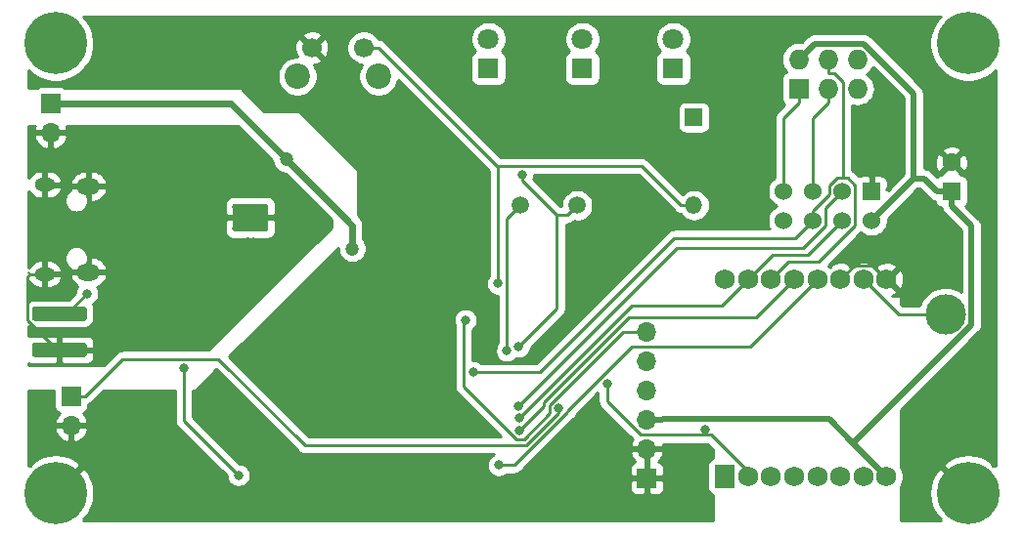
<source format=gbr>
G04 #@! TF.GenerationSoftware,KiCad,Pcbnew,6.0.0-rc1-unknown-dffa399~84~ubuntu16.04.1*
G04 #@! TF.CreationDate,2019-01-25T19:03:02+01:00
G04 #@! TF.ProjectId,mySensors_door_switch,6d795365-6e73-46f7-9273-5f646f6f725f,1.0*
G04 #@! TF.SameCoordinates,Original*
G04 #@! TF.FileFunction,Copper,L2,Bot*
G04 #@! TF.FilePolarity,Positive*
%FSLAX46Y46*%
G04 Gerber Fmt 4.6, Leading zero omitted, Abs format (unit mm)*
G04 Created by KiCad (PCBNEW 6.0.0-rc1-unknown-dffa399~84~ubuntu16.04.1) date pią, 25 sty 2019, 19:03:02*
%MOMM*%
%LPD*%
G04 APERTURE LIST*
%ADD10C,1.600000*%
%ADD11R,1.600000X1.600000*%
%ADD12O,1.700000X1.700000*%
%ADD13R,1.700000X1.700000*%
%ADD14O,2.000000X1.450000*%
%ADD15O,1.800000X1.150000*%
%ADD16R,1.500000X1.500000*%
%ADD17O,1.500000X1.500000*%
%ADD18R,1.800000X1.800000*%
%ADD19C,1.800000*%
%ADD20C,3.500120*%
%ADD21C,0.800000*%
%ADD22C,5.400000*%
%ADD23R,1.727200X1.727200*%
%ADD24O,1.727200X1.727200*%
%ADD25C,2.200000*%
%ADD26C,1.700000*%
%ADD27C,0.100000*%
%ADD28C,1.225000*%
%ADD29R,1.524000X1.524000*%
%ADD30C,1.524000*%
%ADD31R,1.727200X2.000000*%
%ADD32C,1.727200*%
%ADD33C,0.500000*%
%ADD34C,2.410000*%
%ADD35C,1.500000*%
%ADD36C,1.200000*%
%ADD37C,0.279400*%
%ADD38C,0.500000*%
%ADD39C,0.600000*%
%ADD40C,0.254000*%
G04 APERTURE END LIST*
D10*
X180543000Y-78324200D03*
D11*
X180543000Y-80824200D03*
D12*
X104343000Y-101144200D03*
D13*
X104343000Y-98604200D03*
D12*
X102565000Y-75744200D03*
D13*
X102565000Y-73204200D03*
D14*
X105837000Y-80401200D03*
X105837000Y-87851200D03*
D15*
X102037000Y-80251200D03*
X102037000Y-88001200D03*
D16*
X158242000Y-74422000D03*
D17*
X158242000Y-82042000D03*
D18*
X156467000Y-70156200D03*
D19*
X156467000Y-67616200D03*
X148593000Y-67616200D03*
D18*
X148593000Y-70156200D03*
X140465000Y-70156200D03*
D19*
X140465000Y-67616200D03*
D20*
X180035000Y-91492200D03*
D21*
X183418891Y-105568109D03*
X181987000Y-104975000D03*
X180555109Y-105568109D03*
X179962000Y-107000000D03*
X180555109Y-108431891D03*
X181987000Y-109025000D03*
X183418891Y-108431891D03*
X184012000Y-107000000D03*
D22*
X181987000Y-107000000D03*
X102987000Y-107000000D03*
D21*
X105012000Y-107000000D03*
X104418891Y-108431891D03*
X102987000Y-109025000D03*
X101555109Y-108431891D03*
X100962000Y-107000000D03*
X101555109Y-105568109D03*
X102987000Y-104975000D03*
X104418891Y-105568109D03*
X104418891Y-66568309D03*
X102987000Y-65975200D03*
X101555109Y-66568309D03*
X100962000Y-68000200D03*
X101555109Y-69432091D03*
X102987000Y-70025200D03*
X104418891Y-69432091D03*
X105012000Y-68000200D03*
D22*
X102987000Y-68000200D03*
X181987000Y-68000200D03*
D21*
X184012000Y-68000200D03*
X183418891Y-69432091D03*
X181987000Y-70025200D03*
X180555109Y-69432091D03*
X179962000Y-68000200D03*
X180555109Y-66568309D03*
X181987000Y-65975200D03*
X183418891Y-66568309D03*
D23*
X167335000Y-71934200D03*
D24*
X167335000Y-69394200D03*
X169875000Y-71934200D03*
X169875000Y-69394200D03*
X172415000Y-71934200D03*
X172415000Y-69394200D03*
D13*
X154181000Y-105716000D03*
D12*
X154181000Y-103176000D03*
X154181000Y-100636000D03*
X154181000Y-98096000D03*
X154181000Y-95556000D03*
X154181000Y-93016000D03*
D25*
X130921000Y-70878200D03*
X123921000Y-70878200D03*
D26*
X129671000Y-68378200D03*
X125171000Y-68378200D03*
D27*
G36*
X105476504Y-90842404D02*
G01*
X105500773Y-90846004D01*
X105524571Y-90851965D01*
X105547671Y-90860230D01*
X105569849Y-90870720D01*
X105590893Y-90883333D01*
X105610598Y-90897947D01*
X105628777Y-90914423D01*
X105645253Y-90932602D01*
X105659867Y-90952307D01*
X105672480Y-90973351D01*
X105682970Y-90995529D01*
X105691235Y-91018629D01*
X105697196Y-91042427D01*
X105700796Y-91066696D01*
X105702000Y-91091200D01*
X105702000Y-91816200D01*
X105700796Y-91840704D01*
X105697196Y-91864973D01*
X105691235Y-91888771D01*
X105682970Y-91911871D01*
X105672480Y-91934049D01*
X105659867Y-91955093D01*
X105645253Y-91974798D01*
X105628777Y-91992977D01*
X105610598Y-92009453D01*
X105590893Y-92024067D01*
X105569849Y-92036680D01*
X105547671Y-92047170D01*
X105524571Y-92055435D01*
X105500773Y-92061396D01*
X105476504Y-92064996D01*
X105452000Y-92066200D01*
X101202000Y-92066200D01*
X101177496Y-92064996D01*
X101153227Y-92061396D01*
X101129429Y-92055435D01*
X101106329Y-92047170D01*
X101084151Y-92036680D01*
X101063107Y-92024067D01*
X101043402Y-92009453D01*
X101025223Y-91992977D01*
X101008747Y-91974798D01*
X100994133Y-91955093D01*
X100981520Y-91934049D01*
X100971030Y-91911871D01*
X100962765Y-91888771D01*
X100956804Y-91864973D01*
X100953204Y-91840704D01*
X100952000Y-91816200D01*
X100952000Y-91091200D01*
X100953204Y-91066696D01*
X100956804Y-91042427D01*
X100962765Y-91018629D01*
X100971030Y-90995529D01*
X100981520Y-90973351D01*
X100994133Y-90952307D01*
X101008747Y-90932602D01*
X101025223Y-90914423D01*
X101043402Y-90897947D01*
X101063107Y-90883333D01*
X101084151Y-90870720D01*
X101106329Y-90860230D01*
X101129429Y-90851965D01*
X101153227Y-90846004D01*
X101177496Y-90842404D01*
X101202000Y-90841200D01*
X105452000Y-90841200D01*
X105476504Y-90842404D01*
X105476504Y-90842404D01*
G37*
D28*
X103327000Y-91453700D03*
D27*
G36*
X105476504Y-93967404D02*
G01*
X105500773Y-93971004D01*
X105524571Y-93976965D01*
X105547671Y-93985230D01*
X105569849Y-93995720D01*
X105590893Y-94008333D01*
X105610598Y-94022947D01*
X105628777Y-94039423D01*
X105645253Y-94057602D01*
X105659867Y-94077307D01*
X105672480Y-94098351D01*
X105682970Y-94120529D01*
X105691235Y-94143629D01*
X105697196Y-94167427D01*
X105700796Y-94191696D01*
X105702000Y-94216200D01*
X105702000Y-94941200D01*
X105700796Y-94965704D01*
X105697196Y-94989973D01*
X105691235Y-95013771D01*
X105682970Y-95036871D01*
X105672480Y-95059049D01*
X105659867Y-95080093D01*
X105645253Y-95099798D01*
X105628777Y-95117977D01*
X105610598Y-95134453D01*
X105590893Y-95149067D01*
X105569849Y-95161680D01*
X105547671Y-95172170D01*
X105524571Y-95180435D01*
X105500773Y-95186396D01*
X105476504Y-95189996D01*
X105452000Y-95191200D01*
X101202000Y-95191200D01*
X101177496Y-95189996D01*
X101153227Y-95186396D01*
X101129429Y-95180435D01*
X101106329Y-95172170D01*
X101084151Y-95161680D01*
X101063107Y-95149067D01*
X101043402Y-95134453D01*
X101025223Y-95117977D01*
X101008747Y-95099798D01*
X100994133Y-95080093D01*
X100981520Y-95059049D01*
X100971030Y-95036871D01*
X100962765Y-95013771D01*
X100956804Y-94989973D01*
X100953204Y-94965704D01*
X100952000Y-94941200D01*
X100952000Y-94216200D01*
X100953204Y-94191696D01*
X100956804Y-94167427D01*
X100962765Y-94143629D01*
X100971030Y-94120529D01*
X100981520Y-94098351D01*
X100994133Y-94077307D01*
X101008747Y-94057602D01*
X101025223Y-94039423D01*
X101043402Y-94022947D01*
X101063107Y-94008333D01*
X101084151Y-93995720D01*
X101106329Y-93985230D01*
X101129429Y-93976965D01*
X101153227Y-93971004D01*
X101177496Y-93967404D01*
X101202000Y-93966200D01*
X105452000Y-93966200D01*
X105476504Y-93967404D01*
X105476504Y-93967404D01*
G37*
D28*
X103327000Y-94578700D03*
D29*
X173619000Y-80824200D03*
D30*
X173619000Y-83364200D03*
X171079000Y-80824200D03*
X171079000Y-83364200D03*
X168539000Y-80824200D03*
X168539000Y-83364200D03*
X165999000Y-80824200D03*
X165999000Y-83364200D03*
D31*
X160919000Y-105562000D03*
D32*
X162919000Y-105562000D03*
X164919000Y-105562000D03*
X166919000Y-105562000D03*
X168919000Y-105562000D03*
X170919000Y-105562000D03*
X172919000Y-105562000D03*
X174919000Y-105562000D03*
X174919000Y-88462000D03*
X172919000Y-88462000D03*
X170919000Y-88462000D03*
X168919000Y-88462000D03*
X166919000Y-88462000D03*
X164919000Y-88462000D03*
X162919000Y-88462000D03*
X160919000Y-88462000D03*
D33*
X118537000Y-84065200D03*
X118537000Y-82155200D03*
X119837000Y-84065200D03*
X119837000Y-82155200D03*
X121137000Y-84065200D03*
X121137000Y-82155200D03*
D27*
G36*
X121160927Y-81906407D02*
G01*
X121185257Y-81910016D01*
X121209117Y-81915992D01*
X121232276Y-81924279D01*
X121254511Y-81934795D01*
X121275608Y-81947440D01*
X121295364Y-81962093D01*
X121313589Y-81978611D01*
X121330107Y-81996836D01*
X121344760Y-82016592D01*
X121357405Y-82037689D01*
X121367921Y-82059924D01*
X121376208Y-82083083D01*
X121382184Y-82106943D01*
X121385793Y-82131273D01*
X121387000Y-82155840D01*
X121387000Y-84064560D01*
X121385793Y-84089127D01*
X121382184Y-84113457D01*
X121376208Y-84137317D01*
X121367921Y-84160476D01*
X121357405Y-84182711D01*
X121344760Y-84203808D01*
X121330107Y-84223564D01*
X121313589Y-84241789D01*
X121295364Y-84258307D01*
X121275608Y-84272960D01*
X121254511Y-84285605D01*
X121232276Y-84296121D01*
X121209117Y-84304408D01*
X121185257Y-84310384D01*
X121160927Y-84313993D01*
X121136360Y-84315200D01*
X118537640Y-84315200D01*
X118513073Y-84313993D01*
X118488743Y-84310384D01*
X118464883Y-84304408D01*
X118441724Y-84296121D01*
X118419489Y-84285605D01*
X118398392Y-84272960D01*
X118378636Y-84258307D01*
X118360411Y-84241789D01*
X118343893Y-84223564D01*
X118329240Y-84203808D01*
X118316595Y-84182711D01*
X118306079Y-84160476D01*
X118297792Y-84137317D01*
X118291816Y-84113457D01*
X118288207Y-84089127D01*
X118287000Y-84064560D01*
X118287000Y-82155840D01*
X118288207Y-82131273D01*
X118291816Y-82106943D01*
X118297792Y-82083083D01*
X118306079Y-82059924D01*
X118316595Y-82037689D01*
X118329240Y-82016592D01*
X118343893Y-81996836D01*
X118360411Y-81978611D01*
X118378636Y-81962093D01*
X118398392Y-81947440D01*
X118419489Y-81934795D01*
X118441724Y-81924279D01*
X118464883Y-81915992D01*
X118488743Y-81910016D01*
X118513073Y-81906407D01*
X118537640Y-81905200D01*
X121136360Y-81905200D01*
X121160927Y-81906407D01*
X121160927Y-81906407D01*
G37*
D34*
X119837000Y-83110200D03*
D35*
X143256000Y-82042000D03*
X148136000Y-82042000D03*
D21*
X142056900Y-94656400D03*
X143380200Y-79416800D03*
X143087100Y-94307900D03*
X138469500Y-91994000D03*
X143153400Y-101540400D03*
X141335200Y-104580000D03*
X139124200Y-96491500D03*
X143025100Y-99465800D03*
X143102700Y-100514300D03*
X159236200Y-101469300D03*
X150724500Y-97530000D03*
X146525400Y-99668200D03*
X141271400Y-88838600D03*
D36*
X128678100Y-85793800D03*
X122966500Y-78050900D03*
D21*
X118825000Y-105454000D03*
X114091500Y-96130200D03*
X105696600Y-89708200D03*
D37*
X143256000Y-82042000D02*
X142056900Y-83241100D01*
X142056900Y-83241100D02*
X142056900Y-94656400D01*
X183592600Y-106580600D02*
X183418900Y-106406900D01*
X183418900Y-106406900D02*
X183418900Y-105568100D01*
X184012000Y-107000000D02*
X183592600Y-106580600D01*
X182580100Y-107593100D02*
X183592600Y-106580600D01*
X182580100Y-107593100D02*
X181987000Y-107000000D01*
X182580100Y-108431900D02*
X182580100Y-107593100D01*
X182580100Y-108431900D02*
X181987000Y-109025000D01*
X183418900Y-108431900D02*
X182580100Y-108431900D01*
X180555100Y-108431900D02*
X181393900Y-108431900D01*
X181393900Y-108431900D02*
X181987000Y-109025000D01*
X180555100Y-105568100D02*
X179962000Y-106161200D01*
X179962000Y-106161200D02*
X179962000Y-107000000D01*
X170919000Y-88462000D02*
X172148100Y-87232900D01*
X172148100Y-87232900D02*
X173689900Y-87232900D01*
X173689900Y-87232900D02*
X174919000Y-88462000D01*
X102987000Y-104975000D02*
X102148200Y-104975000D01*
X102148200Y-104975000D02*
X101555100Y-105568100D01*
X100962000Y-107000000D02*
X101555100Y-107593100D01*
X101555100Y-107593100D02*
X101555100Y-108431900D01*
X101555100Y-105568100D02*
X100962000Y-106161200D01*
X100962000Y-106161200D02*
X100962000Y-107000000D01*
X104418900Y-108431900D02*
X105012000Y-107838800D01*
X105012000Y-107838800D02*
X105012000Y-107000000D01*
X146384800Y-82904300D02*
X143380200Y-79899700D01*
X143380200Y-79899700D02*
X143380200Y-79416800D01*
X143087100Y-94307900D02*
X146384800Y-91010200D01*
X146384800Y-91010200D02*
X146384800Y-82904300D01*
X148136000Y-82042000D02*
X147273700Y-82904300D01*
X147273700Y-82904300D02*
X146384800Y-82904300D01*
X138469500Y-91994000D02*
X138289900Y-92173600D01*
X138289900Y-92173600D02*
X138289900Y-97757700D01*
X138289900Y-97757700D02*
X142838400Y-102306200D01*
X142838400Y-102306200D02*
X143520900Y-102306200D01*
X143520900Y-102306200D02*
X145765400Y-100061700D01*
X145765400Y-100061700D02*
X145765400Y-99353400D01*
X145765400Y-99353400D02*
X152102800Y-93016000D01*
X152102800Y-93016000D02*
X152971000Y-93016000D01*
X154181000Y-93016000D02*
X152971000Y-93016000D01*
D38*
X172023600Y-102666600D02*
X169951000Y-100594000D01*
X169951000Y-100594000D02*
X155548300Y-100594000D01*
X155548300Y-100594000D02*
X155506300Y-100636000D01*
X180543000Y-80824200D02*
X179267700Y-80824200D01*
X177260500Y-79722700D02*
X173619000Y-83364200D01*
X167335000Y-69394200D02*
X168716500Y-68012700D01*
X168716500Y-68012700D02*
X172934300Y-68012700D01*
X172934300Y-68012700D02*
X177260500Y-72338900D01*
X177260500Y-72338900D02*
X177260500Y-79722700D01*
X177260500Y-79722700D02*
X178166200Y-79722700D01*
X178166200Y-79722700D02*
X179267700Y-80824200D01*
X154181000Y-100636000D02*
X155506300Y-100636000D01*
X174919000Y-105562000D02*
X172023600Y-102666600D01*
X172023600Y-102666600D02*
X182276700Y-92413500D01*
X182276700Y-92413500D02*
X182276700Y-83833200D01*
X182276700Y-83833200D02*
X180543000Y-82099500D01*
X180543000Y-80824200D02*
X180543000Y-82099500D01*
D37*
X172919000Y-88462000D02*
X175949200Y-91492200D01*
X175949200Y-91492200D02*
X180035000Y-91492200D01*
X143153400Y-101540400D02*
X145265700Y-99428100D01*
X145265700Y-99428100D02*
X145265700Y-99146300D01*
X145265700Y-99146300D02*
X152637500Y-91774500D01*
X152637500Y-91774500D02*
X163606500Y-91774500D01*
X163606500Y-91774500D02*
X166919000Y-88462000D01*
X167335000Y-73157800D02*
X165999000Y-74493800D01*
X165999000Y-74493800D02*
X165999000Y-80824200D01*
X167335000Y-71934200D02*
X167335000Y-73157800D01*
X141335200Y-104580000D02*
X142688500Y-104580000D01*
X142688500Y-104580000D02*
X147285400Y-99983100D01*
X147285400Y-99983100D02*
X147285400Y-99862800D01*
X147285400Y-99862800D02*
X152862200Y-94286000D01*
X152862200Y-94286000D02*
X163095000Y-94286000D01*
X163095000Y-94286000D02*
X168919000Y-88462000D01*
X169875000Y-71934200D02*
X169875000Y-73157800D01*
X168539000Y-80824200D02*
X168539000Y-74493800D01*
X168539000Y-74493800D02*
X169875000Y-73157800D01*
X168539000Y-83364200D02*
X167039700Y-84863500D01*
X167039700Y-84863500D02*
X156540300Y-84863500D01*
X156540300Y-84863500D02*
X144912300Y-96491500D01*
X144912300Y-96491500D02*
X139124200Y-96491500D01*
X169875000Y-69394200D02*
X169875000Y-70617800D01*
X171145000Y-79688100D02*
X171145000Y-71380800D01*
X171145000Y-71380800D02*
X170382000Y-70617800D01*
X170382000Y-70617800D02*
X169875000Y-70617800D01*
X171145000Y-79688100D02*
X170628200Y-79688100D01*
X170628200Y-79688100D02*
X169956900Y-80359400D01*
X169956900Y-80359400D02*
X169956900Y-81116400D01*
X169956900Y-81116400D02*
X168539000Y-82534300D01*
X168539000Y-82534300D02*
X168539000Y-83364200D01*
X164919000Y-88462000D02*
X166428800Y-86952200D01*
X166428800Y-86952200D02*
X169079900Y-86952200D01*
X169079900Y-86952200D02*
X172204300Y-83827800D01*
X172204300Y-83827800D02*
X172204300Y-80301300D01*
X172204300Y-80301300D02*
X171591100Y-79688100D01*
X171591100Y-79688100D02*
X171145000Y-79688100D01*
X171079000Y-80824200D02*
X169661100Y-82242100D01*
X169661100Y-82242100D02*
X169661100Y-83829100D01*
X169661100Y-83829100D02*
X167725400Y-85764800D01*
X167725400Y-85764800D02*
X156726100Y-85764800D01*
X156726100Y-85764800D02*
X143025100Y-99465800D01*
X143102700Y-100514300D02*
X152896400Y-90720600D01*
X152896400Y-90720600D02*
X160660500Y-90720600D01*
X160660500Y-90720600D02*
X160660500Y-90720500D01*
X160660500Y-90720500D02*
X162919000Y-88462000D01*
X162919000Y-88462000D02*
X165068500Y-86312500D01*
X165068500Y-86312500D02*
X168130700Y-86312500D01*
X168130700Y-86312500D02*
X171079000Y-83364200D01*
X159236200Y-101962500D02*
X159703200Y-101962500D01*
X159703200Y-101962500D02*
X162919000Y-105178300D01*
X162919000Y-105178300D02*
X162919000Y-105562000D01*
X150724500Y-97530000D02*
X150724500Y-99018900D01*
X150724500Y-99018900D02*
X153668100Y-101962500D01*
X153668100Y-101962500D02*
X159236200Y-101962500D01*
X159236200Y-101962500D02*
X159236200Y-101469300D01*
X104343000Y-98604200D02*
X105553000Y-98604200D01*
X146525400Y-99668200D02*
X146525400Y-100034700D01*
X146525400Y-100034700D02*
X143701500Y-102858600D01*
X143701500Y-102858600D02*
X124580500Y-102858600D01*
X124580500Y-102858600D02*
X117086700Y-95364800D01*
X117086700Y-95364800D02*
X108792400Y-95364800D01*
X108792400Y-95364800D02*
X105553000Y-98604200D01*
X157132000Y-82042000D02*
X153746800Y-78656800D01*
X153746800Y-78656800D02*
X141342200Y-78656800D01*
X141342200Y-78656800D02*
X141271400Y-78727600D01*
X129671000Y-68378200D02*
X130922000Y-68378200D01*
X130922000Y-68378200D02*
X141271400Y-78727600D01*
X141271400Y-78727600D02*
X141271400Y-88838600D01*
X158242000Y-82042000D02*
X157132000Y-82042000D01*
X102037000Y-88001200D02*
X100777000Y-88001200D01*
X103327000Y-94578700D02*
X103093600Y-94578700D01*
X103093600Y-94578700D02*
X100567400Y-92052500D01*
X100567400Y-92052500D02*
X100567400Y-88210800D01*
X100567400Y-88210800D02*
X100777000Y-88001200D01*
D39*
X122966500Y-78050900D02*
X128678100Y-83762500D01*
X128678100Y-83762500D02*
X128678100Y-85793800D01*
X104015300Y-73204200D02*
X118119800Y-73204200D01*
X118119800Y-73204200D02*
X122966500Y-78050900D01*
X102565000Y-73204200D02*
X104015300Y-73204200D01*
D37*
X101555100Y-69432100D02*
X100962000Y-68839000D01*
X100962000Y-68839000D02*
X100962000Y-68000200D01*
X100962000Y-68000200D02*
X101555100Y-67407100D01*
X101555100Y-67407100D02*
X101555100Y-66568300D01*
X105012000Y-68000200D02*
X104418900Y-67407100D01*
X104418900Y-67407100D02*
X104418900Y-66568300D01*
X105012000Y-68000200D02*
X104418900Y-68593300D01*
X104418900Y-68593300D02*
X104418900Y-69432100D01*
X118825000Y-105454000D02*
X114091500Y-100720500D01*
X114091500Y-100720500D02*
X114091500Y-96130200D01*
X103327000Y-91453700D02*
X103951100Y-91453700D01*
X103951100Y-91453700D02*
X105696600Y-89708200D01*
D40*
G36*
X101168175Y-75240101D02*
G01*
X101123524Y-75387310D01*
X101244845Y-75617200D01*
X102438000Y-75617200D01*
X102438000Y-75597200D01*
X102692000Y-75597200D01*
X102692000Y-75617200D01*
X103885155Y-75617200D01*
X104006476Y-75387310D01*
X103961825Y-75240101D01*
X103907954Y-75127000D01*
X118720311Y-75127000D01*
X121731500Y-78138189D01*
X121731500Y-78172537D01*
X121778960Y-78411136D01*
X121872057Y-78635892D01*
X122007213Y-78838167D01*
X122179233Y-79010187D01*
X122381508Y-79145343D01*
X122606264Y-79238440D01*
X122844863Y-79285900D01*
X122879211Y-79285900D01*
X126873000Y-83279690D01*
X126873000Y-83947394D01*
X116230294Y-94590100D01*
X108830445Y-94590100D01*
X108792399Y-94586353D01*
X108754354Y-94590100D01*
X108754347Y-94590100D01*
X108640532Y-94601310D01*
X108494501Y-94645608D01*
X108359917Y-94717544D01*
X108241954Y-94814354D01*
X108217693Y-94843916D01*
X107188609Y-95873000D01*
X100647400Y-95873000D01*
X100647400Y-95751381D01*
X100651215Y-95753930D01*
X100766777Y-95801797D01*
X100889458Y-95826200D01*
X103041250Y-95826200D01*
X103200000Y-95667450D01*
X103200000Y-94705700D01*
X103454000Y-94705700D01*
X103454000Y-95667450D01*
X103612750Y-95826200D01*
X105764542Y-95826200D01*
X105887223Y-95801797D01*
X106002785Y-95753930D01*
X106106789Y-95684437D01*
X106195237Y-95595989D01*
X106264730Y-95491985D01*
X106312597Y-95376423D01*
X106337000Y-95253742D01*
X106337000Y-94864450D01*
X106178250Y-94705700D01*
X103454000Y-94705700D01*
X103200000Y-94705700D01*
X103180000Y-94705700D01*
X103180000Y-94451700D01*
X103200000Y-94451700D01*
X103200000Y-93489950D01*
X103454000Y-93489950D01*
X103454000Y-94451700D01*
X106178250Y-94451700D01*
X106337000Y-94292950D01*
X106337000Y-93903658D01*
X106312597Y-93780977D01*
X106264730Y-93665415D01*
X106195237Y-93561411D01*
X106106789Y-93472963D01*
X106002785Y-93403470D01*
X105887223Y-93355603D01*
X105764542Y-93331200D01*
X103612750Y-93331200D01*
X103454000Y-93489950D01*
X103200000Y-93489950D01*
X103041250Y-93331200D01*
X100889458Y-93331200D01*
X100766777Y-93355603D01*
X100651215Y-93403470D01*
X100647400Y-93406019D01*
X100647400Y-92504368D01*
X100708614Y-92554605D01*
X100862150Y-92636672D01*
X101028746Y-92687208D01*
X101202000Y-92704272D01*
X105452000Y-92704272D01*
X105625254Y-92687208D01*
X105791850Y-92636672D01*
X105945386Y-92554605D01*
X106079962Y-92444162D01*
X106190405Y-92309586D01*
X106272472Y-92156050D01*
X106323008Y-91989454D01*
X106340072Y-91816200D01*
X106340072Y-91091200D01*
X106323008Y-90917946D01*
X106272472Y-90751350D01*
X106200338Y-90616397D01*
X106356374Y-90512137D01*
X106500537Y-90367974D01*
X106613805Y-90198456D01*
X106691826Y-90010098D01*
X106731600Y-89810139D01*
X106731600Y-89606261D01*
X106691826Y-89406302D01*
X106613805Y-89217944D01*
X106559551Y-89136747D01*
X106749783Y-89059076D01*
X106973173Y-88911442D01*
X107163469Y-88723063D01*
X107313357Y-88501179D01*
X107417078Y-88254317D01*
X107429519Y-88188458D01*
X107306518Y-87978200D01*
X105964000Y-87978200D01*
X105964000Y-87998200D01*
X105710000Y-87998200D01*
X105710000Y-87978200D01*
X104367482Y-87978200D01*
X104244481Y-88188458D01*
X104256922Y-88254317D01*
X104360643Y-88501179D01*
X104510531Y-88723063D01*
X104700827Y-88911442D01*
X104898806Y-89042283D01*
X104892663Y-89048426D01*
X104779395Y-89217944D01*
X104701374Y-89406302D01*
X104661600Y-89606261D01*
X104661600Y-89647609D01*
X104106081Y-90203128D01*
X101202000Y-90203128D01*
X101028746Y-90220192D01*
X100862150Y-90270728D01*
X100708614Y-90352795D01*
X100647400Y-90403032D01*
X100647400Y-88586109D01*
X100766598Y-88766997D01*
X100934163Y-88936721D01*
X101131620Y-89070494D01*
X101351381Y-89163174D01*
X101585000Y-89211200D01*
X101910000Y-89211200D01*
X101910000Y-88128200D01*
X102164000Y-88128200D01*
X102164000Y-89211200D01*
X102489000Y-89211200D01*
X102722619Y-89163174D01*
X102942380Y-89070494D01*
X103139837Y-88936721D01*
X103307402Y-88766997D01*
X103438636Y-88567844D01*
X103528496Y-88346915D01*
X103530635Y-88314877D01*
X103405550Y-88128200D01*
X102164000Y-88128200D01*
X101910000Y-88128200D01*
X101890000Y-88128200D01*
X101890000Y-87874200D01*
X101910000Y-87874200D01*
X101910000Y-86791200D01*
X102164000Y-86791200D01*
X102164000Y-87874200D01*
X103405550Y-87874200D01*
X103530635Y-87687523D01*
X103528496Y-87655485D01*
X103438636Y-87434556D01*
X103307402Y-87235403D01*
X103139837Y-87065679D01*
X102942380Y-86931906D01*
X102722619Y-86839226D01*
X102489000Y-86791200D01*
X102164000Y-86791200D01*
X101910000Y-86791200D01*
X101585000Y-86791200D01*
X101351381Y-86839226D01*
X101131620Y-86931906D01*
X100934163Y-87065679D01*
X100766598Y-87235403D01*
X100647400Y-87416291D01*
X100647400Y-86626200D01*
X103746993Y-86626200D01*
X103766976Y-86829095D01*
X103826159Y-87024193D01*
X103922266Y-87203997D01*
X104051604Y-87361596D01*
X104209203Y-87490934D01*
X104245193Y-87510171D01*
X104244481Y-87513942D01*
X104367482Y-87724200D01*
X105710000Y-87724200D01*
X105710000Y-87094989D01*
X105747841Y-87024193D01*
X105807024Y-86829095D01*
X105827007Y-86626200D01*
X105813711Y-86491200D01*
X105964000Y-86491200D01*
X105964000Y-87724200D01*
X107306518Y-87724200D01*
X107429519Y-87513942D01*
X107417078Y-87448083D01*
X107313357Y-87201221D01*
X107163469Y-86979337D01*
X106973173Y-86790958D01*
X106749783Y-86643324D01*
X106501883Y-86542108D01*
X106239000Y-86491200D01*
X105964000Y-86491200D01*
X105813711Y-86491200D01*
X105807024Y-86423305D01*
X105747841Y-86228207D01*
X105651734Y-86048403D01*
X105522396Y-85890804D01*
X105364797Y-85761466D01*
X105184993Y-85665359D01*
X104989895Y-85606176D01*
X104837838Y-85591200D01*
X104736162Y-85591200D01*
X104584105Y-85606176D01*
X104389007Y-85665359D01*
X104209203Y-85761466D01*
X104051604Y-85890804D01*
X103922266Y-86048403D01*
X103826159Y-86228207D01*
X103766976Y-86423305D01*
X103746993Y-86626200D01*
X100647400Y-86626200D01*
X100647400Y-83395950D01*
X117652000Y-83395950D01*
X117652000Y-84377742D01*
X117676403Y-84500423D01*
X117724270Y-84615985D01*
X117793763Y-84719989D01*
X117882211Y-84808437D01*
X117986215Y-84877930D01*
X118101777Y-84925797D01*
X118224458Y-84950200D01*
X119551250Y-84950200D01*
X119584197Y-84917253D01*
X119749835Y-84950200D01*
X119924165Y-84950200D01*
X120089803Y-84917253D01*
X120122750Y-84950200D01*
X121449542Y-84950200D01*
X121572223Y-84925797D01*
X121687785Y-84877930D01*
X121791789Y-84808437D01*
X121880237Y-84719989D01*
X121949730Y-84615985D01*
X121997597Y-84500423D01*
X122022000Y-84377742D01*
X122022000Y-83395950D01*
X121863250Y-83237200D01*
X121450648Y-83237200D01*
X121395145Y-83214210D01*
X121224165Y-83180200D01*
X121049835Y-83180200D01*
X120878855Y-83214210D01*
X120823352Y-83237200D01*
X120150648Y-83237200D01*
X120095145Y-83214210D01*
X119924165Y-83180200D01*
X119749835Y-83180200D01*
X119578855Y-83214210D01*
X119523352Y-83237200D01*
X118850648Y-83237200D01*
X118795145Y-83214210D01*
X118624165Y-83180200D01*
X118449835Y-83180200D01*
X118278855Y-83214210D01*
X118223352Y-83237200D01*
X117810750Y-83237200D01*
X117652000Y-83395950D01*
X100647400Y-83395950D01*
X100647400Y-81626200D01*
X103746993Y-81626200D01*
X103766976Y-81829095D01*
X103826159Y-82024193D01*
X103922266Y-82203997D01*
X104051604Y-82361596D01*
X104209203Y-82490934D01*
X104389007Y-82587041D01*
X104584105Y-82646224D01*
X104736162Y-82661200D01*
X104837838Y-82661200D01*
X104989895Y-82646224D01*
X105184993Y-82587041D01*
X105364797Y-82490934D01*
X105522396Y-82361596D01*
X105651734Y-82203997D01*
X105747841Y-82024193D01*
X105802909Y-81842658D01*
X117652000Y-81842658D01*
X117652000Y-82824450D01*
X117810750Y-82983200D01*
X118223352Y-82983200D01*
X118278855Y-83006190D01*
X118449835Y-83040200D01*
X118624165Y-83040200D01*
X118795145Y-83006190D01*
X118850648Y-82983200D01*
X119523352Y-82983200D01*
X119578855Y-83006190D01*
X119749835Y-83040200D01*
X119924165Y-83040200D01*
X120095145Y-83006190D01*
X120150648Y-82983200D01*
X120823352Y-82983200D01*
X120878855Y-83006190D01*
X121049835Y-83040200D01*
X121224165Y-83040200D01*
X121395145Y-83006190D01*
X121450648Y-82983200D01*
X121863250Y-82983200D01*
X122022000Y-82824450D01*
X122022000Y-81842658D01*
X121997597Y-81719977D01*
X121949730Y-81604415D01*
X121880237Y-81500411D01*
X121791789Y-81411963D01*
X121687785Y-81342470D01*
X121572223Y-81294603D01*
X121449542Y-81270200D01*
X120122750Y-81270200D01*
X120089803Y-81303147D01*
X119964002Y-81278124D01*
X119964002Y-81270200D01*
X119709998Y-81270200D01*
X119709998Y-81278124D01*
X119584197Y-81303147D01*
X119551250Y-81270200D01*
X118224458Y-81270200D01*
X118101777Y-81294603D01*
X117986215Y-81342470D01*
X117882211Y-81411963D01*
X117793763Y-81500411D01*
X117724270Y-81604415D01*
X117676403Y-81719977D01*
X117652000Y-81842658D01*
X105802909Y-81842658D01*
X105807024Y-81829095D01*
X105827007Y-81626200D01*
X105807024Y-81423305D01*
X105747841Y-81228207D01*
X105710000Y-81157411D01*
X105710000Y-80528200D01*
X105964000Y-80528200D01*
X105964000Y-81761200D01*
X106239000Y-81761200D01*
X106501883Y-81710292D01*
X106749783Y-81609076D01*
X106973173Y-81461442D01*
X107163469Y-81273063D01*
X107313357Y-81051179D01*
X107417078Y-80804317D01*
X107429519Y-80738458D01*
X107306518Y-80528200D01*
X105964000Y-80528200D01*
X105710000Y-80528200D01*
X104367482Y-80528200D01*
X104244481Y-80738458D01*
X104245193Y-80742229D01*
X104209203Y-80761466D01*
X104051604Y-80890804D01*
X103922266Y-81048403D01*
X103826159Y-81228207D01*
X103766976Y-81423305D01*
X103746993Y-81626200D01*
X100647400Y-81626200D01*
X100647400Y-80836109D01*
X100766598Y-81016997D01*
X100934163Y-81186721D01*
X101131620Y-81320494D01*
X101351381Y-81413174D01*
X101585000Y-81461200D01*
X101910000Y-81461200D01*
X101910000Y-80378200D01*
X102164000Y-80378200D01*
X102164000Y-81461200D01*
X102489000Y-81461200D01*
X102722619Y-81413174D01*
X102942380Y-81320494D01*
X103139837Y-81186721D01*
X103307402Y-81016997D01*
X103438636Y-80817844D01*
X103528496Y-80596915D01*
X103530635Y-80564877D01*
X103405550Y-80378200D01*
X102164000Y-80378200D01*
X101910000Y-80378200D01*
X101890000Y-80378200D01*
X101890000Y-80124200D01*
X101910000Y-80124200D01*
X101910000Y-79041200D01*
X102164000Y-79041200D01*
X102164000Y-80124200D01*
X103405550Y-80124200D01*
X103445926Y-80063942D01*
X104244481Y-80063942D01*
X104367482Y-80274200D01*
X105710000Y-80274200D01*
X105710000Y-79041200D01*
X105964000Y-79041200D01*
X105964000Y-80274200D01*
X107306518Y-80274200D01*
X107429519Y-80063942D01*
X107417078Y-79998083D01*
X107313357Y-79751221D01*
X107163469Y-79529337D01*
X106973173Y-79340958D01*
X106749783Y-79193324D01*
X106501883Y-79092108D01*
X106239000Y-79041200D01*
X105964000Y-79041200D01*
X105710000Y-79041200D01*
X105435000Y-79041200D01*
X105172117Y-79092108D01*
X104924217Y-79193324D01*
X104700827Y-79340958D01*
X104510531Y-79529337D01*
X104360643Y-79751221D01*
X104256922Y-79998083D01*
X104244481Y-80063942D01*
X103445926Y-80063942D01*
X103530635Y-79937523D01*
X103528496Y-79905485D01*
X103438636Y-79684556D01*
X103307402Y-79485403D01*
X103139837Y-79315679D01*
X102942380Y-79181906D01*
X102722619Y-79089226D01*
X102489000Y-79041200D01*
X102164000Y-79041200D01*
X101910000Y-79041200D01*
X101585000Y-79041200D01*
X101351381Y-79089226D01*
X101131620Y-79181906D01*
X100934163Y-79315679D01*
X100766598Y-79485403D01*
X100647400Y-79666291D01*
X100647400Y-76101090D01*
X101123524Y-76101090D01*
X101168175Y-76248299D01*
X101293359Y-76511120D01*
X101467412Y-76744469D01*
X101683645Y-76939378D01*
X101933748Y-77088357D01*
X102208109Y-77185681D01*
X102438000Y-77065014D01*
X102438000Y-75871200D01*
X102692000Y-75871200D01*
X102692000Y-77065014D01*
X102921891Y-77185681D01*
X103196252Y-77088357D01*
X103446355Y-76939378D01*
X103662588Y-76744469D01*
X103836641Y-76511120D01*
X103961825Y-76248299D01*
X104006476Y-76101090D01*
X103885155Y-75871200D01*
X102692000Y-75871200D01*
X102438000Y-75871200D01*
X101244845Y-75871200D01*
X101123524Y-76101090D01*
X100647400Y-76101090D01*
X100647400Y-75127000D01*
X101222046Y-75127000D01*
X101168175Y-75240101D01*
X101168175Y-75240101D01*
G37*
X101168175Y-75240101D02*
X101123524Y-75387310D01*
X101244845Y-75617200D01*
X102438000Y-75617200D01*
X102438000Y-75597200D01*
X102692000Y-75597200D01*
X102692000Y-75617200D01*
X103885155Y-75617200D01*
X104006476Y-75387310D01*
X103961825Y-75240101D01*
X103907954Y-75127000D01*
X118720311Y-75127000D01*
X121731500Y-78138189D01*
X121731500Y-78172537D01*
X121778960Y-78411136D01*
X121872057Y-78635892D01*
X122007213Y-78838167D01*
X122179233Y-79010187D01*
X122381508Y-79145343D01*
X122606264Y-79238440D01*
X122844863Y-79285900D01*
X122879211Y-79285900D01*
X126873000Y-83279690D01*
X126873000Y-83947394D01*
X116230294Y-94590100D01*
X108830445Y-94590100D01*
X108792399Y-94586353D01*
X108754354Y-94590100D01*
X108754347Y-94590100D01*
X108640532Y-94601310D01*
X108494501Y-94645608D01*
X108359917Y-94717544D01*
X108241954Y-94814354D01*
X108217693Y-94843916D01*
X107188609Y-95873000D01*
X100647400Y-95873000D01*
X100647400Y-95751381D01*
X100651215Y-95753930D01*
X100766777Y-95801797D01*
X100889458Y-95826200D01*
X103041250Y-95826200D01*
X103200000Y-95667450D01*
X103200000Y-94705700D01*
X103454000Y-94705700D01*
X103454000Y-95667450D01*
X103612750Y-95826200D01*
X105764542Y-95826200D01*
X105887223Y-95801797D01*
X106002785Y-95753930D01*
X106106789Y-95684437D01*
X106195237Y-95595989D01*
X106264730Y-95491985D01*
X106312597Y-95376423D01*
X106337000Y-95253742D01*
X106337000Y-94864450D01*
X106178250Y-94705700D01*
X103454000Y-94705700D01*
X103200000Y-94705700D01*
X103180000Y-94705700D01*
X103180000Y-94451700D01*
X103200000Y-94451700D01*
X103200000Y-93489950D01*
X103454000Y-93489950D01*
X103454000Y-94451700D01*
X106178250Y-94451700D01*
X106337000Y-94292950D01*
X106337000Y-93903658D01*
X106312597Y-93780977D01*
X106264730Y-93665415D01*
X106195237Y-93561411D01*
X106106789Y-93472963D01*
X106002785Y-93403470D01*
X105887223Y-93355603D01*
X105764542Y-93331200D01*
X103612750Y-93331200D01*
X103454000Y-93489950D01*
X103200000Y-93489950D01*
X103041250Y-93331200D01*
X100889458Y-93331200D01*
X100766777Y-93355603D01*
X100651215Y-93403470D01*
X100647400Y-93406019D01*
X100647400Y-92504368D01*
X100708614Y-92554605D01*
X100862150Y-92636672D01*
X101028746Y-92687208D01*
X101202000Y-92704272D01*
X105452000Y-92704272D01*
X105625254Y-92687208D01*
X105791850Y-92636672D01*
X105945386Y-92554605D01*
X106079962Y-92444162D01*
X106190405Y-92309586D01*
X106272472Y-92156050D01*
X106323008Y-91989454D01*
X106340072Y-91816200D01*
X106340072Y-91091200D01*
X106323008Y-90917946D01*
X106272472Y-90751350D01*
X106200338Y-90616397D01*
X106356374Y-90512137D01*
X106500537Y-90367974D01*
X106613805Y-90198456D01*
X106691826Y-90010098D01*
X106731600Y-89810139D01*
X106731600Y-89606261D01*
X106691826Y-89406302D01*
X106613805Y-89217944D01*
X106559551Y-89136747D01*
X106749783Y-89059076D01*
X106973173Y-88911442D01*
X107163469Y-88723063D01*
X107313357Y-88501179D01*
X107417078Y-88254317D01*
X107429519Y-88188458D01*
X107306518Y-87978200D01*
X105964000Y-87978200D01*
X105964000Y-87998200D01*
X105710000Y-87998200D01*
X105710000Y-87978200D01*
X104367482Y-87978200D01*
X104244481Y-88188458D01*
X104256922Y-88254317D01*
X104360643Y-88501179D01*
X104510531Y-88723063D01*
X104700827Y-88911442D01*
X104898806Y-89042283D01*
X104892663Y-89048426D01*
X104779395Y-89217944D01*
X104701374Y-89406302D01*
X104661600Y-89606261D01*
X104661600Y-89647609D01*
X104106081Y-90203128D01*
X101202000Y-90203128D01*
X101028746Y-90220192D01*
X100862150Y-90270728D01*
X100708614Y-90352795D01*
X100647400Y-90403032D01*
X100647400Y-88586109D01*
X100766598Y-88766997D01*
X100934163Y-88936721D01*
X101131620Y-89070494D01*
X101351381Y-89163174D01*
X101585000Y-89211200D01*
X101910000Y-89211200D01*
X101910000Y-88128200D01*
X102164000Y-88128200D01*
X102164000Y-89211200D01*
X102489000Y-89211200D01*
X102722619Y-89163174D01*
X102942380Y-89070494D01*
X103139837Y-88936721D01*
X103307402Y-88766997D01*
X103438636Y-88567844D01*
X103528496Y-88346915D01*
X103530635Y-88314877D01*
X103405550Y-88128200D01*
X102164000Y-88128200D01*
X101910000Y-88128200D01*
X101890000Y-88128200D01*
X101890000Y-87874200D01*
X101910000Y-87874200D01*
X101910000Y-86791200D01*
X102164000Y-86791200D01*
X102164000Y-87874200D01*
X103405550Y-87874200D01*
X103530635Y-87687523D01*
X103528496Y-87655485D01*
X103438636Y-87434556D01*
X103307402Y-87235403D01*
X103139837Y-87065679D01*
X102942380Y-86931906D01*
X102722619Y-86839226D01*
X102489000Y-86791200D01*
X102164000Y-86791200D01*
X101910000Y-86791200D01*
X101585000Y-86791200D01*
X101351381Y-86839226D01*
X101131620Y-86931906D01*
X100934163Y-87065679D01*
X100766598Y-87235403D01*
X100647400Y-87416291D01*
X100647400Y-86626200D01*
X103746993Y-86626200D01*
X103766976Y-86829095D01*
X103826159Y-87024193D01*
X103922266Y-87203997D01*
X104051604Y-87361596D01*
X104209203Y-87490934D01*
X104245193Y-87510171D01*
X104244481Y-87513942D01*
X104367482Y-87724200D01*
X105710000Y-87724200D01*
X105710000Y-87094989D01*
X105747841Y-87024193D01*
X105807024Y-86829095D01*
X105827007Y-86626200D01*
X105813711Y-86491200D01*
X105964000Y-86491200D01*
X105964000Y-87724200D01*
X107306518Y-87724200D01*
X107429519Y-87513942D01*
X107417078Y-87448083D01*
X107313357Y-87201221D01*
X107163469Y-86979337D01*
X106973173Y-86790958D01*
X106749783Y-86643324D01*
X106501883Y-86542108D01*
X106239000Y-86491200D01*
X105964000Y-86491200D01*
X105813711Y-86491200D01*
X105807024Y-86423305D01*
X105747841Y-86228207D01*
X105651734Y-86048403D01*
X105522396Y-85890804D01*
X105364797Y-85761466D01*
X105184993Y-85665359D01*
X104989895Y-85606176D01*
X104837838Y-85591200D01*
X104736162Y-85591200D01*
X104584105Y-85606176D01*
X104389007Y-85665359D01*
X104209203Y-85761466D01*
X104051604Y-85890804D01*
X103922266Y-86048403D01*
X103826159Y-86228207D01*
X103766976Y-86423305D01*
X103746993Y-86626200D01*
X100647400Y-86626200D01*
X100647400Y-83395950D01*
X117652000Y-83395950D01*
X117652000Y-84377742D01*
X117676403Y-84500423D01*
X117724270Y-84615985D01*
X117793763Y-84719989D01*
X117882211Y-84808437D01*
X117986215Y-84877930D01*
X118101777Y-84925797D01*
X118224458Y-84950200D01*
X119551250Y-84950200D01*
X119584197Y-84917253D01*
X119749835Y-84950200D01*
X119924165Y-84950200D01*
X120089803Y-84917253D01*
X120122750Y-84950200D01*
X121449542Y-84950200D01*
X121572223Y-84925797D01*
X121687785Y-84877930D01*
X121791789Y-84808437D01*
X121880237Y-84719989D01*
X121949730Y-84615985D01*
X121997597Y-84500423D01*
X122022000Y-84377742D01*
X122022000Y-83395950D01*
X121863250Y-83237200D01*
X121450648Y-83237200D01*
X121395145Y-83214210D01*
X121224165Y-83180200D01*
X121049835Y-83180200D01*
X120878855Y-83214210D01*
X120823352Y-83237200D01*
X120150648Y-83237200D01*
X120095145Y-83214210D01*
X119924165Y-83180200D01*
X119749835Y-83180200D01*
X119578855Y-83214210D01*
X119523352Y-83237200D01*
X118850648Y-83237200D01*
X118795145Y-83214210D01*
X118624165Y-83180200D01*
X118449835Y-83180200D01*
X118278855Y-83214210D01*
X118223352Y-83237200D01*
X117810750Y-83237200D01*
X117652000Y-83395950D01*
X100647400Y-83395950D01*
X100647400Y-81626200D01*
X103746993Y-81626200D01*
X103766976Y-81829095D01*
X103826159Y-82024193D01*
X103922266Y-82203997D01*
X104051604Y-82361596D01*
X104209203Y-82490934D01*
X104389007Y-82587041D01*
X104584105Y-82646224D01*
X104736162Y-82661200D01*
X104837838Y-82661200D01*
X104989895Y-82646224D01*
X105184993Y-82587041D01*
X105364797Y-82490934D01*
X105522396Y-82361596D01*
X105651734Y-82203997D01*
X105747841Y-82024193D01*
X105802909Y-81842658D01*
X117652000Y-81842658D01*
X117652000Y-82824450D01*
X117810750Y-82983200D01*
X118223352Y-82983200D01*
X118278855Y-83006190D01*
X118449835Y-83040200D01*
X118624165Y-83040200D01*
X118795145Y-83006190D01*
X118850648Y-82983200D01*
X119523352Y-82983200D01*
X119578855Y-83006190D01*
X119749835Y-83040200D01*
X119924165Y-83040200D01*
X120095145Y-83006190D01*
X120150648Y-82983200D01*
X120823352Y-82983200D01*
X120878855Y-83006190D01*
X121049835Y-83040200D01*
X121224165Y-83040200D01*
X121395145Y-83006190D01*
X121450648Y-82983200D01*
X121863250Y-82983200D01*
X122022000Y-82824450D01*
X122022000Y-81842658D01*
X121997597Y-81719977D01*
X121949730Y-81604415D01*
X121880237Y-81500411D01*
X121791789Y-81411963D01*
X121687785Y-81342470D01*
X121572223Y-81294603D01*
X121449542Y-81270200D01*
X120122750Y-81270200D01*
X120089803Y-81303147D01*
X119964002Y-81278124D01*
X119964002Y-81270200D01*
X119709998Y-81270200D01*
X119709998Y-81278124D01*
X119584197Y-81303147D01*
X119551250Y-81270200D01*
X118224458Y-81270200D01*
X118101777Y-81294603D01*
X117986215Y-81342470D01*
X117882211Y-81411963D01*
X117793763Y-81500411D01*
X117724270Y-81604415D01*
X117676403Y-81719977D01*
X117652000Y-81842658D01*
X105802909Y-81842658D01*
X105807024Y-81829095D01*
X105827007Y-81626200D01*
X105807024Y-81423305D01*
X105747841Y-81228207D01*
X105710000Y-81157411D01*
X105710000Y-80528200D01*
X105964000Y-80528200D01*
X105964000Y-81761200D01*
X106239000Y-81761200D01*
X106501883Y-81710292D01*
X106749783Y-81609076D01*
X106973173Y-81461442D01*
X107163469Y-81273063D01*
X107313357Y-81051179D01*
X107417078Y-80804317D01*
X107429519Y-80738458D01*
X107306518Y-80528200D01*
X105964000Y-80528200D01*
X105710000Y-80528200D01*
X104367482Y-80528200D01*
X104244481Y-80738458D01*
X104245193Y-80742229D01*
X104209203Y-80761466D01*
X104051604Y-80890804D01*
X103922266Y-81048403D01*
X103826159Y-81228207D01*
X103766976Y-81423305D01*
X103746993Y-81626200D01*
X100647400Y-81626200D01*
X100647400Y-80836109D01*
X100766598Y-81016997D01*
X100934163Y-81186721D01*
X101131620Y-81320494D01*
X101351381Y-81413174D01*
X101585000Y-81461200D01*
X101910000Y-81461200D01*
X101910000Y-80378200D01*
X102164000Y-80378200D01*
X102164000Y-81461200D01*
X102489000Y-81461200D01*
X102722619Y-81413174D01*
X102942380Y-81320494D01*
X103139837Y-81186721D01*
X103307402Y-81016997D01*
X103438636Y-80817844D01*
X103528496Y-80596915D01*
X103530635Y-80564877D01*
X103405550Y-80378200D01*
X102164000Y-80378200D01*
X101910000Y-80378200D01*
X101890000Y-80378200D01*
X101890000Y-80124200D01*
X101910000Y-80124200D01*
X101910000Y-79041200D01*
X102164000Y-79041200D01*
X102164000Y-80124200D01*
X103405550Y-80124200D01*
X103445926Y-80063942D01*
X104244481Y-80063942D01*
X104367482Y-80274200D01*
X105710000Y-80274200D01*
X105710000Y-79041200D01*
X105964000Y-79041200D01*
X105964000Y-80274200D01*
X107306518Y-80274200D01*
X107429519Y-80063942D01*
X107417078Y-79998083D01*
X107313357Y-79751221D01*
X107163469Y-79529337D01*
X106973173Y-79340958D01*
X106749783Y-79193324D01*
X106501883Y-79092108D01*
X106239000Y-79041200D01*
X105964000Y-79041200D01*
X105710000Y-79041200D01*
X105435000Y-79041200D01*
X105172117Y-79092108D01*
X104924217Y-79193324D01*
X104700827Y-79340958D01*
X104510531Y-79529337D01*
X104360643Y-79751221D01*
X104256922Y-79998083D01*
X104244481Y-80063942D01*
X103445926Y-80063942D01*
X103530635Y-79937523D01*
X103528496Y-79905485D01*
X103438636Y-79684556D01*
X103307402Y-79485403D01*
X103139837Y-79315679D01*
X102942380Y-79181906D01*
X102722619Y-79089226D01*
X102489000Y-79041200D01*
X102164000Y-79041200D01*
X101910000Y-79041200D01*
X101585000Y-79041200D01*
X101351381Y-79089226D01*
X101131620Y-79181906D01*
X100934163Y-79315679D01*
X100766598Y-79485403D01*
X100647400Y-79666291D01*
X100647400Y-76101090D01*
X101123524Y-76101090D01*
X101168175Y-76248299D01*
X101293359Y-76511120D01*
X101467412Y-76744469D01*
X101683645Y-76939378D01*
X101933748Y-77088357D01*
X102208109Y-77185681D01*
X102438000Y-77065014D01*
X102438000Y-75871200D01*
X102692000Y-75871200D01*
X102692000Y-77065014D01*
X102921891Y-77185681D01*
X103196252Y-77088357D01*
X103446355Y-76939378D01*
X103662588Y-76744469D01*
X103836641Y-76511120D01*
X103961825Y-76248299D01*
X104006476Y-76101090D01*
X103885155Y-75871200D01*
X102692000Y-75871200D01*
X102438000Y-75871200D01*
X101244845Y-75871200D01*
X101123524Y-76101090D01*
X100647400Y-76101090D01*
X100647400Y-75127000D01*
X101222046Y-75127000D01*
X101168175Y-75240101D01*
G36*
X100647400Y-88159615D02*
G01*
X100647400Y-88128202D01*
X100668449Y-88128202D01*
X100647400Y-88159615D01*
X100647400Y-88159615D01*
G37*
X100647400Y-88159615D02*
X100647400Y-88128202D01*
X100668449Y-88128202D01*
X100647400Y-88159615D01*
G36*
X100668449Y-87874198D02*
G01*
X100647400Y-87874198D01*
X100647400Y-87842785D01*
X100668449Y-87874198D01*
X100668449Y-87874198D01*
G37*
X100668449Y-87874198D02*
X100647400Y-87874198D01*
X100647400Y-87842785D01*
X100668449Y-87874198D01*
G36*
X124005793Y-103379484D02*
G01*
X124030054Y-103409046D01*
X124148017Y-103505856D01*
X124221251Y-103545000D01*
X124282601Y-103577792D01*
X124428632Y-103622091D01*
X124580500Y-103637048D01*
X124618556Y-103633300D01*
X140916151Y-103633300D01*
X140844944Y-103662795D01*
X140675426Y-103776063D01*
X140531263Y-103920226D01*
X140417995Y-104089744D01*
X140339974Y-104278102D01*
X140300200Y-104478061D01*
X140300200Y-104681939D01*
X140339974Y-104881898D01*
X140417995Y-105070256D01*
X140531263Y-105239774D01*
X140675426Y-105383937D01*
X140844944Y-105497205D01*
X141033302Y-105575226D01*
X141233261Y-105615000D01*
X141437139Y-105615000D01*
X141637098Y-105575226D01*
X141825456Y-105497205D01*
X141994974Y-105383937D01*
X142024211Y-105354700D01*
X142650447Y-105354700D01*
X142688500Y-105358448D01*
X142726553Y-105354700D01*
X142840368Y-105343490D01*
X142986399Y-105299192D01*
X143120983Y-105227256D01*
X143238946Y-105130446D01*
X143263207Y-105100884D01*
X143560633Y-104803458D01*
X152696000Y-104803458D01*
X152696000Y-105430250D01*
X152854750Y-105589000D01*
X154054000Y-105589000D01*
X154054000Y-103303000D01*
X154308000Y-103303000D01*
X154308000Y-105589000D01*
X155507250Y-105589000D01*
X155666000Y-105430250D01*
X155666000Y-104803458D01*
X155641597Y-104680777D01*
X155593730Y-104565215D01*
X155524237Y-104461211D01*
X155435789Y-104372763D01*
X155331785Y-104303270D01*
X155216223Y-104255403D01*
X155195393Y-104251260D01*
X155278588Y-104176269D01*
X155452641Y-103942920D01*
X155577825Y-103680099D01*
X155622476Y-103532890D01*
X155501155Y-103303000D01*
X154308000Y-103303000D01*
X154054000Y-103303000D01*
X152860845Y-103303000D01*
X152739524Y-103532890D01*
X152784175Y-103680099D01*
X152909359Y-103942920D01*
X153083412Y-104176269D01*
X153166607Y-104251260D01*
X153145777Y-104255403D01*
X153030215Y-104303270D01*
X152926211Y-104372763D01*
X152837763Y-104461211D01*
X152768270Y-104565215D01*
X152720403Y-104680777D01*
X152696000Y-104803458D01*
X143560633Y-104803458D01*
X147806285Y-100557806D01*
X147835846Y-100533546D01*
X147932656Y-100415583D01*
X148004592Y-100280999D01*
X148022793Y-100220998D01*
X149949801Y-98293991D01*
X149949801Y-98980837D01*
X149946052Y-99018900D01*
X149961010Y-99170767D01*
X149975827Y-99219610D01*
X150005309Y-99316799D01*
X150077245Y-99451383D01*
X150174055Y-99569346D01*
X150203611Y-99593602D01*
X152956238Y-102346230D01*
X152909359Y-102409080D01*
X152784175Y-102671901D01*
X152739524Y-102819110D01*
X152860845Y-103049000D01*
X154054000Y-103049000D01*
X154054000Y-103029000D01*
X154308000Y-103029000D01*
X154308000Y-103049000D01*
X155501155Y-103049000D01*
X155622476Y-102819110D01*
X155597631Y-102737200D01*
X159198147Y-102737200D01*
X159236200Y-102740948D01*
X159274253Y-102737200D01*
X159382309Y-102737200D01*
X159873000Y-103227891D01*
X159873000Y-103953757D01*
X159811220Y-103972498D01*
X159700906Y-104031463D01*
X159604215Y-104110815D01*
X159524863Y-104207506D01*
X159465898Y-104317820D01*
X159429588Y-104437518D01*
X159417328Y-104562000D01*
X159417328Y-106562000D01*
X159429588Y-106686482D01*
X159465898Y-106806180D01*
X159524863Y-106916494D01*
X159604215Y-107013185D01*
X159700906Y-107092537D01*
X159811220Y-107151502D01*
X159873000Y-107170243D01*
X159873000Y-109340200D01*
X105385154Y-109340200D01*
X105445981Y-109279373D01*
X105332376Y-109165768D01*
X105770828Y-108865589D01*
X106081296Y-108286644D01*
X106272852Y-107658254D01*
X106338134Y-107004569D01*
X106274634Y-106350707D01*
X106084792Y-105721797D01*
X105775904Y-105142008D01*
X105770828Y-105134411D01*
X105332374Y-104834231D01*
X103166605Y-107000000D01*
X103180748Y-107014143D01*
X103001143Y-107193748D01*
X102987000Y-107179605D01*
X102972858Y-107193748D01*
X102793253Y-107014143D01*
X102807395Y-107000000D01*
X102793253Y-106985858D01*
X102972858Y-106806253D01*
X102987000Y-106820395D01*
X105152769Y-104654626D01*
X104852589Y-104216172D01*
X104273644Y-103905704D01*
X103645254Y-103714148D01*
X102991569Y-103648866D01*
X102337707Y-103712366D01*
X101708797Y-103902208D01*
X101129008Y-104211096D01*
X101121411Y-104216172D01*
X100821232Y-104654624D01*
X100707627Y-104541019D01*
X100647400Y-104601246D01*
X100647400Y-101501090D01*
X102901524Y-101501090D01*
X102946175Y-101648299D01*
X103071359Y-101911120D01*
X103245412Y-102144469D01*
X103461645Y-102339378D01*
X103711748Y-102488357D01*
X103986109Y-102585681D01*
X104216000Y-102465014D01*
X104216000Y-101271200D01*
X104470000Y-101271200D01*
X104470000Y-102465014D01*
X104699891Y-102585681D01*
X104974252Y-102488357D01*
X105224355Y-102339378D01*
X105440588Y-102144469D01*
X105614641Y-101911120D01*
X105739825Y-101648299D01*
X105784476Y-101501090D01*
X105663155Y-101271200D01*
X104470000Y-101271200D01*
X104216000Y-101271200D01*
X103022845Y-101271200D01*
X102901524Y-101501090D01*
X100647400Y-101501090D01*
X100647400Y-98127000D01*
X102854928Y-98127000D01*
X102854928Y-99454200D01*
X102867188Y-99578682D01*
X102903498Y-99698380D01*
X102962463Y-99808694D01*
X103041815Y-99905385D01*
X103138506Y-99984737D01*
X103248820Y-100043702D01*
X103329466Y-100068166D01*
X103245412Y-100143931D01*
X103071359Y-100377280D01*
X102946175Y-100640101D01*
X102901524Y-100787310D01*
X103022845Y-101017200D01*
X104216000Y-101017200D01*
X104216000Y-100997200D01*
X104470000Y-100997200D01*
X104470000Y-101017200D01*
X105663155Y-101017200D01*
X105784476Y-100787310D01*
X105739825Y-100640101D01*
X105614641Y-100377280D01*
X105440588Y-100143931D01*
X105356534Y-100068166D01*
X105437180Y-100043702D01*
X105547494Y-99984737D01*
X105644185Y-99905385D01*
X105723537Y-99808694D01*
X105782502Y-99698380D01*
X105818812Y-99578682D01*
X105831072Y-99454200D01*
X105831072Y-99329406D01*
X105850899Y-99323392D01*
X105985483Y-99251456D01*
X106103446Y-99154646D01*
X106127707Y-99125084D01*
X107125791Y-98127000D01*
X113316801Y-98127000D01*
X113316800Y-100682447D01*
X113313052Y-100720500D01*
X113323363Y-100825190D01*
X113328010Y-100872367D01*
X113372308Y-101018398D01*
X113444244Y-101152982D01*
X113541054Y-101270946D01*
X113570616Y-101295207D01*
X117790000Y-105514592D01*
X117790000Y-105555939D01*
X117829774Y-105755898D01*
X117907795Y-105944256D01*
X118021063Y-106113774D01*
X118165226Y-106257937D01*
X118334744Y-106371205D01*
X118523102Y-106449226D01*
X118723061Y-106489000D01*
X118926939Y-106489000D01*
X119126898Y-106449226D01*
X119315256Y-106371205D01*
X119484774Y-106257937D01*
X119628937Y-106113774D01*
X119703788Y-106001750D01*
X152696000Y-106001750D01*
X152696000Y-106628542D01*
X152720403Y-106751223D01*
X152768270Y-106866785D01*
X152837763Y-106970789D01*
X152926211Y-107059237D01*
X153030215Y-107128730D01*
X153145777Y-107176597D01*
X153268458Y-107201000D01*
X153895250Y-107201000D01*
X154054000Y-107042250D01*
X154054000Y-105843000D01*
X154308000Y-105843000D01*
X154308000Y-107042250D01*
X154466750Y-107201000D01*
X155093542Y-107201000D01*
X155216223Y-107176597D01*
X155331785Y-107128730D01*
X155435789Y-107059237D01*
X155524237Y-106970789D01*
X155593730Y-106866785D01*
X155641597Y-106751223D01*
X155666000Y-106628542D01*
X155666000Y-106001750D01*
X155507250Y-105843000D01*
X154308000Y-105843000D01*
X154054000Y-105843000D01*
X152854750Y-105843000D01*
X152696000Y-106001750D01*
X119703788Y-106001750D01*
X119742205Y-105944256D01*
X119820226Y-105755898D01*
X119860000Y-105555939D01*
X119860000Y-105352061D01*
X119820226Y-105152102D01*
X119742205Y-104963744D01*
X119628937Y-104794226D01*
X119484774Y-104650063D01*
X119315256Y-104536795D01*
X119126898Y-104458774D01*
X118926939Y-104419000D01*
X118885592Y-104419000D01*
X114866200Y-100399609D01*
X114866200Y-98127000D01*
X115000000Y-98127000D01*
X115024776Y-98124560D01*
X115048601Y-98117333D01*
X115070557Y-98105597D01*
X115089803Y-98089803D01*
X116902958Y-96276649D01*
X124005793Y-103379484D01*
X124005793Y-103379484D01*
G37*
X124005793Y-103379484D02*
X124030054Y-103409046D01*
X124148017Y-103505856D01*
X124221251Y-103545000D01*
X124282601Y-103577792D01*
X124428632Y-103622091D01*
X124580500Y-103637048D01*
X124618556Y-103633300D01*
X140916151Y-103633300D01*
X140844944Y-103662795D01*
X140675426Y-103776063D01*
X140531263Y-103920226D01*
X140417995Y-104089744D01*
X140339974Y-104278102D01*
X140300200Y-104478061D01*
X140300200Y-104681939D01*
X140339974Y-104881898D01*
X140417995Y-105070256D01*
X140531263Y-105239774D01*
X140675426Y-105383937D01*
X140844944Y-105497205D01*
X141033302Y-105575226D01*
X141233261Y-105615000D01*
X141437139Y-105615000D01*
X141637098Y-105575226D01*
X141825456Y-105497205D01*
X141994974Y-105383937D01*
X142024211Y-105354700D01*
X142650447Y-105354700D01*
X142688500Y-105358448D01*
X142726553Y-105354700D01*
X142840368Y-105343490D01*
X142986399Y-105299192D01*
X143120983Y-105227256D01*
X143238946Y-105130446D01*
X143263207Y-105100884D01*
X143560633Y-104803458D01*
X152696000Y-104803458D01*
X152696000Y-105430250D01*
X152854750Y-105589000D01*
X154054000Y-105589000D01*
X154054000Y-103303000D01*
X154308000Y-103303000D01*
X154308000Y-105589000D01*
X155507250Y-105589000D01*
X155666000Y-105430250D01*
X155666000Y-104803458D01*
X155641597Y-104680777D01*
X155593730Y-104565215D01*
X155524237Y-104461211D01*
X155435789Y-104372763D01*
X155331785Y-104303270D01*
X155216223Y-104255403D01*
X155195393Y-104251260D01*
X155278588Y-104176269D01*
X155452641Y-103942920D01*
X155577825Y-103680099D01*
X155622476Y-103532890D01*
X155501155Y-103303000D01*
X154308000Y-103303000D01*
X154054000Y-103303000D01*
X152860845Y-103303000D01*
X152739524Y-103532890D01*
X152784175Y-103680099D01*
X152909359Y-103942920D01*
X153083412Y-104176269D01*
X153166607Y-104251260D01*
X153145777Y-104255403D01*
X153030215Y-104303270D01*
X152926211Y-104372763D01*
X152837763Y-104461211D01*
X152768270Y-104565215D01*
X152720403Y-104680777D01*
X152696000Y-104803458D01*
X143560633Y-104803458D01*
X147806285Y-100557806D01*
X147835846Y-100533546D01*
X147932656Y-100415583D01*
X148004592Y-100280999D01*
X148022793Y-100220998D01*
X149949801Y-98293991D01*
X149949801Y-98980837D01*
X149946052Y-99018900D01*
X149961010Y-99170767D01*
X149975827Y-99219610D01*
X150005309Y-99316799D01*
X150077245Y-99451383D01*
X150174055Y-99569346D01*
X150203611Y-99593602D01*
X152956238Y-102346230D01*
X152909359Y-102409080D01*
X152784175Y-102671901D01*
X152739524Y-102819110D01*
X152860845Y-103049000D01*
X154054000Y-103049000D01*
X154054000Y-103029000D01*
X154308000Y-103029000D01*
X154308000Y-103049000D01*
X155501155Y-103049000D01*
X155622476Y-102819110D01*
X155597631Y-102737200D01*
X159198147Y-102737200D01*
X159236200Y-102740948D01*
X159274253Y-102737200D01*
X159382309Y-102737200D01*
X159873000Y-103227891D01*
X159873000Y-103953757D01*
X159811220Y-103972498D01*
X159700906Y-104031463D01*
X159604215Y-104110815D01*
X159524863Y-104207506D01*
X159465898Y-104317820D01*
X159429588Y-104437518D01*
X159417328Y-104562000D01*
X159417328Y-106562000D01*
X159429588Y-106686482D01*
X159465898Y-106806180D01*
X159524863Y-106916494D01*
X159604215Y-107013185D01*
X159700906Y-107092537D01*
X159811220Y-107151502D01*
X159873000Y-107170243D01*
X159873000Y-109340200D01*
X105385154Y-109340200D01*
X105445981Y-109279373D01*
X105332376Y-109165768D01*
X105770828Y-108865589D01*
X106081296Y-108286644D01*
X106272852Y-107658254D01*
X106338134Y-107004569D01*
X106274634Y-106350707D01*
X106084792Y-105721797D01*
X105775904Y-105142008D01*
X105770828Y-105134411D01*
X105332374Y-104834231D01*
X103166605Y-107000000D01*
X103180748Y-107014143D01*
X103001143Y-107193748D01*
X102987000Y-107179605D01*
X102972858Y-107193748D01*
X102793253Y-107014143D01*
X102807395Y-107000000D01*
X102793253Y-106985858D01*
X102972858Y-106806253D01*
X102987000Y-106820395D01*
X105152769Y-104654626D01*
X104852589Y-104216172D01*
X104273644Y-103905704D01*
X103645254Y-103714148D01*
X102991569Y-103648866D01*
X102337707Y-103712366D01*
X101708797Y-103902208D01*
X101129008Y-104211096D01*
X101121411Y-104216172D01*
X100821232Y-104654624D01*
X100707627Y-104541019D01*
X100647400Y-104601246D01*
X100647400Y-101501090D01*
X102901524Y-101501090D01*
X102946175Y-101648299D01*
X103071359Y-101911120D01*
X103245412Y-102144469D01*
X103461645Y-102339378D01*
X103711748Y-102488357D01*
X103986109Y-102585681D01*
X104216000Y-102465014D01*
X104216000Y-101271200D01*
X104470000Y-101271200D01*
X104470000Y-102465014D01*
X104699891Y-102585681D01*
X104974252Y-102488357D01*
X105224355Y-102339378D01*
X105440588Y-102144469D01*
X105614641Y-101911120D01*
X105739825Y-101648299D01*
X105784476Y-101501090D01*
X105663155Y-101271200D01*
X104470000Y-101271200D01*
X104216000Y-101271200D01*
X103022845Y-101271200D01*
X102901524Y-101501090D01*
X100647400Y-101501090D01*
X100647400Y-98127000D01*
X102854928Y-98127000D01*
X102854928Y-99454200D01*
X102867188Y-99578682D01*
X102903498Y-99698380D01*
X102962463Y-99808694D01*
X103041815Y-99905385D01*
X103138506Y-99984737D01*
X103248820Y-100043702D01*
X103329466Y-100068166D01*
X103245412Y-100143931D01*
X103071359Y-100377280D01*
X102946175Y-100640101D01*
X102901524Y-100787310D01*
X103022845Y-101017200D01*
X104216000Y-101017200D01*
X104216000Y-100997200D01*
X104470000Y-100997200D01*
X104470000Y-101017200D01*
X105663155Y-101017200D01*
X105784476Y-100787310D01*
X105739825Y-100640101D01*
X105614641Y-100377280D01*
X105440588Y-100143931D01*
X105356534Y-100068166D01*
X105437180Y-100043702D01*
X105547494Y-99984737D01*
X105644185Y-99905385D01*
X105723537Y-99808694D01*
X105782502Y-99698380D01*
X105818812Y-99578682D01*
X105831072Y-99454200D01*
X105831072Y-99329406D01*
X105850899Y-99323392D01*
X105985483Y-99251456D01*
X106103446Y-99154646D01*
X106127707Y-99125084D01*
X107125791Y-98127000D01*
X113316801Y-98127000D01*
X113316800Y-100682447D01*
X113313052Y-100720500D01*
X113323363Y-100825190D01*
X113328010Y-100872367D01*
X113372308Y-101018398D01*
X113444244Y-101152982D01*
X113541054Y-101270946D01*
X113570616Y-101295207D01*
X117790000Y-105514592D01*
X117790000Y-105555939D01*
X117829774Y-105755898D01*
X117907795Y-105944256D01*
X118021063Y-106113774D01*
X118165226Y-106257937D01*
X118334744Y-106371205D01*
X118523102Y-106449226D01*
X118723061Y-106489000D01*
X118926939Y-106489000D01*
X119126898Y-106449226D01*
X119315256Y-106371205D01*
X119484774Y-106257937D01*
X119628937Y-106113774D01*
X119703788Y-106001750D01*
X152696000Y-106001750D01*
X152696000Y-106628542D01*
X152720403Y-106751223D01*
X152768270Y-106866785D01*
X152837763Y-106970789D01*
X152926211Y-107059237D01*
X153030215Y-107128730D01*
X153145777Y-107176597D01*
X153268458Y-107201000D01*
X153895250Y-107201000D01*
X154054000Y-107042250D01*
X154054000Y-105843000D01*
X154308000Y-105843000D01*
X154308000Y-107042250D01*
X154466750Y-107201000D01*
X155093542Y-107201000D01*
X155216223Y-107176597D01*
X155331785Y-107128730D01*
X155435789Y-107059237D01*
X155524237Y-106970789D01*
X155593730Y-106866785D01*
X155641597Y-106751223D01*
X155666000Y-106628542D01*
X155666000Y-106001750D01*
X155507250Y-105843000D01*
X154308000Y-105843000D01*
X154054000Y-105843000D01*
X152854750Y-105843000D01*
X152696000Y-106001750D01*
X119703788Y-106001750D01*
X119742205Y-105944256D01*
X119820226Y-105755898D01*
X119860000Y-105555939D01*
X119860000Y-105352061D01*
X119820226Y-105152102D01*
X119742205Y-104963744D01*
X119628937Y-104794226D01*
X119484774Y-104650063D01*
X119315256Y-104536795D01*
X119126898Y-104458774D01*
X118926939Y-104419000D01*
X118885592Y-104419000D01*
X114866200Y-100399609D01*
X114866200Y-98127000D01*
X115000000Y-98127000D01*
X115024776Y-98124560D01*
X115048601Y-98117333D01*
X115070557Y-98105597D01*
X115089803Y-98089803D01*
X116902958Y-96276649D01*
X124005793Y-103379484D01*
G36*
X179396536Y-65874261D02*
G01*
X179031561Y-66420485D01*
X178780162Y-67027416D01*
X178652000Y-67671731D01*
X178652000Y-68328669D01*
X178780162Y-68972984D01*
X179031561Y-69579915D01*
X179396536Y-70126139D01*
X179861061Y-70590664D01*
X180407285Y-70955639D01*
X181014216Y-71207038D01*
X181658531Y-71335200D01*
X182315469Y-71335200D01*
X182959784Y-71207038D01*
X183566715Y-70955639D01*
X184112939Y-70590664D01*
X184327400Y-70376203D01*
X184327401Y-104602047D01*
X184266373Y-104541019D01*
X184152768Y-104654624D01*
X183852589Y-104216172D01*
X183273644Y-103905704D01*
X182645254Y-103714148D01*
X181991569Y-103648866D01*
X181337707Y-103712366D01*
X180708797Y-103902208D01*
X180129008Y-104211096D01*
X180121411Y-104216172D01*
X179821231Y-104654626D01*
X181987000Y-106820395D01*
X182001143Y-106806253D01*
X182180748Y-106985858D01*
X182166605Y-107000000D01*
X182180748Y-107014143D01*
X182001143Y-107193748D01*
X181987000Y-107179605D01*
X181972858Y-107193748D01*
X181793253Y-107014143D01*
X181807395Y-107000000D01*
X179641626Y-104834231D01*
X179203172Y-105134411D01*
X178892704Y-105713356D01*
X178701148Y-106341746D01*
X178635866Y-106995431D01*
X178699366Y-107649293D01*
X178889208Y-108278203D01*
X179198096Y-108857992D01*
X179203172Y-108865589D01*
X179641624Y-109165768D01*
X179528019Y-109279373D01*
X179588846Y-109340200D01*
X176127000Y-109340200D01*
X176127000Y-106451509D01*
X176247042Y-106271853D01*
X176360010Y-105999125D01*
X176417600Y-105709599D01*
X176417600Y-105414401D01*
X176360010Y-105124875D01*
X176247042Y-104852147D01*
X176127000Y-104672491D01*
X176127000Y-99814778D01*
X182871751Y-93070028D01*
X182905517Y-93042317D01*
X183016111Y-92907559D01*
X183098289Y-92753813D01*
X183148895Y-92586990D01*
X183161700Y-92456977D01*
X183161700Y-92456967D01*
X183165981Y-92413501D01*
X183161700Y-92370034D01*
X183161700Y-83876666D01*
X183165981Y-83833199D01*
X183161700Y-83789733D01*
X183161700Y-83789723D01*
X183148895Y-83659710D01*
X183098289Y-83492887D01*
X183016111Y-83339141D01*
X182946563Y-83254397D01*
X182933232Y-83238153D01*
X182933230Y-83238151D01*
X182905517Y-83204383D01*
X182871749Y-83176670D01*
X181781156Y-82086078D01*
X181794185Y-82075385D01*
X181873537Y-81978694D01*
X181932502Y-81868380D01*
X181968812Y-81748682D01*
X181981072Y-81624200D01*
X181981072Y-80024200D01*
X181968812Y-79899718D01*
X181932502Y-79780020D01*
X181873537Y-79669706D01*
X181794185Y-79573015D01*
X181697494Y-79493663D01*
X181587180Y-79434698D01*
X181467482Y-79398388D01*
X181343000Y-79386128D01*
X181335785Y-79386128D01*
X181356097Y-79316902D01*
X180543000Y-78503805D01*
X179729903Y-79316902D01*
X179750215Y-79386128D01*
X179743000Y-79386128D01*
X179618518Y-79398388D01*
X179498820Y-79434698D01*
X179388506Y-79493663D01*
X179291815Y-79573015D01*
X179281122Y-79586044D01*
X178822734Y-79127656D01*
X178795017Y-79093883D01*
X178660259Y-78983289D01*
X178506513Y-78901111D01*
X178339690Y-78850505D01*
X178209677Y-78837700D01*
X178209669Y-78837700D01*
X178166200Y-78833419D01*
X178145500Y-78835458D01*
X178145500Y-78394712D01*
X179102783Y-78394712D01*
X179144213Y-78674330D01*
X179239397Y-78940492D01*
X179306329Y-79065714D01*
X179550298Y-79137297D01*
X180363395Y-78324200D01*
X180722605Y-78324200D01*
X181535702Y-79137297D01*
X181779671Y-79065714D01*
X181900571Y-78810204D01*
X181969300Y-78536016D01*
X181983217Y-78253688D01*
X181941787Y-77974070D01*
X181846603Y-77707908D01*
X181779671Y-77582686D01*
X181535702Y-77511103D01*
X180722605Y-78324200D01*
X180363395Y-78324200D01*
X179550298Y-77511103D01*
X179306329Y-77582686D01*
X179185429Y-77838196D01*
X179116700Y-78112384D01*
X179102783Y-78394712D01*
X178145500Y-78394712D01*
X178145500Y-77331498D01*
X179729903Y-77331498D01*
X180543000Y-78144595D01*
X181356097Y-77331498D01*
X181284514Y-77087529D01*
X181029004Y-76966629D01*
X180754816Y-76897900D01*
X180472488Y-76883983D01*
X180192870Y-76925413D01*
X179926708Y-77020597D01*
X179801486Y-77087529D01*
X179729903Y-77331498D01*
X178145500Y-77331498D01*
X178145500Y-72382369D01*
X178149781Y-72338900D01*
X178145500Y-72295431D01*
X178145500Y-72295423D01*
X178132695Y-72165410D01*
X178082089Y-71998587D01*
X177999911Y-71844841D01*
X177889317Y-71710083D01*
X177855550Y-71682372D01*
X173590834Y-67417656D01*
X173563117Y-67383883D01*
X173428359Y-67273289D01*
X173274613Y-67191111D01*
X173107790Y-67140505D01*
X172977777Y-67127700D01*
X172977769Y-67127700D01*
X172934300Y-67123419D01*
X172890831Y-67127700D01*
X168759966Y-67127700D01*
X168716499Y-67123419D01*
X168673033Y-67127700D01*
X168673023Y-67127700D01*
X168543010Y-67140505D01*
X168376187Y-67191111D01*
X168222441Y-67273289D01*
X168213034Y-67281009D01*
X168121453Y-67356168D01*
X168121451Y-67356170D01*
X168087683Y-67383883D01*
X168059970Y-67417651D01*
X167566474Y-67911148D01*
X167408619Y-67895600D01*
X167261381Y-67895600D01*
X167041223Y-67917284D01*
X166758736Y-68002975D01*
X166498394Y-68142131D01*
X166270203Y-68329403D01*
X166082931Y-68557594D01*
X165943775Y-68817936D01*
X165858084Y-69100423D01*
X165829149Y-69394200D01*
X165858084Y-69687977D01*
X165943775Y-69970464D01*
X166082931Y-70230806D01*
X166270203Y-70458997D01*
X166278265Y-70465614D01*
X166227220Y-70481098D01*
X166116906Y-70540063D01*
X166020215Y-70619415D01*
X165940863Y-70716106D01*
X165881898Y-70826420D01*
X165845588Y-70946118D01*
X165833328Y-71070600D01*
X165833328Y-72797800D01*
X165845588Y-72922282D01*
X165881898Y-73041980D01*
X165940863Y-73152294D01*
X166020215Y-73248985D01*
X166090523Y-73306686D01*
X165478116Y-73919093D01*
X165448554Y-73943354D01*
X165351744Y-74061318D01*
X165279808Y-74195902D01*
X165260607Y-74259200D01*
X165235510Y-74341933D01*
X165220552Y-74493800D01*
X165224300Y-74531853D01*
X165224301Y-79661681D01*
X165108465Y-79739080D01*
X164913880Y-79933665D01*
X164760995Y-80162473D01*
X164655686Y-80416710D01*
X164602000Y-80686608D01*
X164602000Y-80961792D01*
X164655686Y-81231690D01*
X164760995Y-81485927D01*
X164913880Y-81714735D01*
X165108465Y-81909320D01*
X165337273Y-82062205D01*
X165414515Y-82094200D01*
X165337273Y-82126195D01*
X165108465Y-82279080D01*
X164913880Y-82473665D01*
X164760995Y-82702473D01*
X164655686Y-82956710D01*
X164602000Y-83226608D01*
X164602000Y-83501792D01*
X164655686Y-83771690D01*
X164760995Y-84025927D01*
X164803006Y-84088800D01*
X156578345Y-84088800D01*
X156540299Y-84085053D01*
X156502254Y-84088800D01*
X156502247Y-84088800D01*
X156388432Y-84100010D01*
X156242401Y-84144308D01*
X156107817Y-84216244D01*
X155989854Y-84313054D01*
X155965593Y-84342616D01*
X144591409Y-95716800D01*
X139813211Y-95716800D01*
X139783974Y-95687563D01*
X139614456Y-95574295D01*
X139426098Y-95496274D01*
X139226139Y-95456500D01*
X139064600Y-95456500D01*
X139064600Y-92841151D01*
X139129274Y-92797937D01*
X139273437Y-92653774D01*
X139386705Y-92484256D01*
X139464726Y-92295898D01*
X139504500Y-92095939D01*
X139504500Y-91892061D01*
X139464726Y-91692102D01*
X139386705Y-91503744D01*
X139273437Y-91334226D01*
X139129274Y-91190063D01*
X138959756Y-91076795D01*
X138771398Y-90998774D01*
X138571439Y-90959000D01*
X138367561Y-90959000D01*
X138167602Y-90998774D01*
X137979244Y-91076795D01*
X137809726Y-91190063D01*
X137665563Y-91334226D01*
X137552295Y-91503744D01*
X137474274Y-91692102D01*
X137434500Y-91892061D01*
X137434500Y-92095939D01*
X137474274Y-92295898D01*
X137515200Y-92394702D01*
X137515201Y-97719637D01*
X137511452Y-97757700D01*
X137526410Y-97909567D01*
X137540782Y-97956944D01*
X137570709Y-98055599D01*
X137642645Y-98190183D01*
X137739455Y-98308146D01*
X137769011Y-98332402D01*
X141520509Y-102083900D01*
X124901391Y-102083900D01*
X117998549Y-95181058D01*
X127443100Y-85736506D01*
X127443100Y-85915437D01*
X127490560Y-86154036D01*
X127583657Y-86378792D01*
X127718813Y-86581067D01*
X127890833Y-86753087D01*
X128093108Y-86888243D01*
X128317864Y-86981340D01*
X128556463Y-87028800D01*
X128799737Y-87028800D01*
X129038336Y-86981340D01*
X129263092Y-86888243D01*
X129465367Y-86753087D01*
X129637387Y-86581067D01*
X129772543Y-86378792D01*
X129865640Y-86154036D01*
X129913100Y-85915437D01*
X129913100Y-85672163D01*
X129865640Y-85433564D01*
X129772543Y-85208808D01*
X129637387Y-85006533D01*
X129613100Y-84982246D01*
X129613100Y-83808431D01*
X129617624Y-83762499D01*
X129599571Y-83579207D01*
X129576087Y-83501792D01*
X129546107Y-83402960D01*
X129459286Y-83240528D01*
X129342444Y-83098156D01*
X129306766Y-83068876D01*
X129127000Y-82889110D01*
X129127000Y-79000000D01*
X129124560Y-78975224D01*
X129117333Y-78951399D01*
X129105597Y-78929443D01*
X129089803Y-78910197D01*
X124089803Y-73910197D01*
X124070557Y-73894403D01*
X124048601Y-73882667D01*
X124024776Y-73875440D01*
X124000000Y-73873000D01*
X121052606Y-73873000D01*
X119089803Y-71910197D01*
X119070557Y-71894403D01*
X119048601Y-71882667D01*
X119024776Y-71875440D01*
X119000000Y-71873000D01*
X103829612Y-71873000D01*
X103769494Y-71823663D01*
X103659180Y-71764698D01*
X103539482Y-71728388D01*
X103415000Y-71716128D01*
X101715000Y-71716128D01*
X101590518Y-71728388D01*
X101470820Y-71764698D01*
X101360506Y-71823663D01*
X101300388Y-71873000D01*
X100647400Y-71873000D01*
X100647400Y-70377003D01*
X100861061Y-70590664D01*
X101407285Y-70955639D01*
X102014216Y-71207038D01*
X102658531Y-71335200D01*
X103315469Y-71335200D01*
X103959784Y-71207038D01*
X104566715Y-70955639D01*
X104938355Y-70707317D01*
X122186000Y-70707317D01*
X122186000Y-71049083D01*
X122252675Y-71384281D01*
X122383463Y-71700031D01*
X122573337Y-71984198D01*
X122815002Y-72225863D01*
X123099169Y-72415737D01*
X123414919Y-72546525D01*
X123750117Y-72613200D01*
X124091883Y-72613200D01*
X124427081Y-72546525D01*
X124742831Y-72415737D01*
X125026998Y-72225863D01*
X125268663Y-71984198D01*
X125458537Y-71700031D01*
X125589325Y-71384281D01*
X125656000Y-71049083D01*
X125656000Y-70707317D01*
X125589325Y-70372119D01*
X125458537Y-70056369D01*
X125324934Y-69856417D01*
X125529019Y-69826799D01*
X125804747Y-69729119D01*
X125942157Y-69655672D01*
X126019792Y-69406597D01*
X125171000Y-68557805D01*
X125156858Y-68571948D01*
X124977253Y-68392343D01*
X124991395Y-68378200D01*
X125350605Y-68378200D01*
X126199397Y-69226992D01*
X126448472Y-69149357D01*
X126574371Y-68885317D01*
X126646339Y-68601789D01*
X126661611Y-68309669D01*
X126650331Y-68231940D01*
X128186000Y-68231940D01*
X128186000Y-68524460D01*
X128243068Y-68811358D01*
X128355010Y-69081611D01*
X128517525Y-69324832D01*
X128724368Y-69531675D01*
X128967589Y-69694190D01*
X129237842Y-69806132D01*
X129513966Y-69861057D01*
X129383463Y-70056369D01*
X129252675Y-70372119D01*
X129186000Y-70707317D01*
X129186000Y-71049083D01*
X129252675Y-71384281D01*
X129383463Y-71700031D01*
X129573337Y-71984198D01*
X129815002Y-72225863D01*
X130099169Y-72415737D01*
X130414919Y-72546525D01*
X130750117Y-72613200D01*
X131091883Y-72613200D01*
X131427081Y-72546525D01*
X131742831Y-72415737D01*
X132026998Y-72225863D01*
X132268663Y-71984198D01*
X132458537Y-71700031D01*
X132589325Y-71384281D01*
X132629669Y-71181460D01*
X140496700Y-79048491D01*
X140496701Y-88149588D01*
X140467463Y-88178826D01*
X140354195Y-88348344D01*
X140276174Y-88536702D01*
X140236400Y-88736661D01*
X140236400Y-88940539D01*
X140276174Y-89140498D01*
X140354195Y-89328856D01*
X140467463Y-89498374D01*
X140611626Y-89642537D01*
X140781144Y-89755805D01*
X140969502Y-89833826D01*
X141169461Y-89873600D01*
X141282201Y-89873600D01*
X141282201Y-93967388D01*
X141252963Y-93996626D01*
X141139695Y-94166144D01*
X141061674Y-94354502D01*
X141021900Y-94554461D01*
X141021900Y-94758339D01*
X141061674Y-94958298D01*
X141139695Y-95146656D01*
X141252963Y-95316174D01*
X141397126Y-95460337D01*
X141566644Y-95573605D01*
X141755002Y-95651626D01*
X141954961Y-95691400D01*
X142158839Y-95691400D01*
X142358798Y-95651626D01*
X142547156Y-95573605D01*
X142716674Y-95460337D01*
X142859172Y-95317839D01*
X142985161Y-95342900D01*
X143189039Y-95342900D01*
X143388998Y-95303126D01*
X143577356Y-95225105D01*
X143746874Y-95111837D01*
X143891037Y-94967674D01*
X144004305Y-94798156D01*
X144082326Y-94609798D01*
X144122100Y-94409839D01*
X144122100Y-94368491D01*
X146905691Y-91584901D01*
X146935246Y-91560646D01*
X147032056Y-91442683D01*
X147103992Y-91308099D01*
X147148290Y-91162068D01*
X147159500Y-91048253D01*
X147159500Y-91048252D01*
X147163248Y-91010201D01*
X147159500Y-90972148D01*
X147159500Y-83679000D01*
X147235647Y-83679000D01*
X147273700Y-83682748D01*
X147311753Y-83679000D01*
X147425568Y-83667790D01*
X147571599Y-83623492D01*
X147706183Y-83551556D01*
X147824146Y-83454746D01*
X147848407Y-83425184D01*
X147871975Y-83401616D01*
X147999589Y-83427000D01*
X148272411Y-83427000D01*
X148539989Y-83373775D01*
X148792043Y-83269371D01*
X149018886Y-83117799D01*
X149211799Y-82924886D01*
X149363371Y-82698043D01*
X149467775Y-82445989D01*
X149521000Y-82178411D01*
X149521000Y-81905589D01*
X149467775Y-81638011D01*
X149363371Y-81385957D01*
X149211799Y-81159114D01*
X149018886Y-80966201D01*
X148792043Y-80814629D01*
X148539989Y-80710225D01*
X148272411Y-80657000D01*
X147999589Y-80657000D01*
X147732011Y-80710225D01*
X147479957Y-80814629D01*
X147253114Y-80966201D01*
X147060201Y-81159114D01*
X146908629Y-81385957D01*
X146804225Y-81638011D01*
X146751000Y-81905589D01*
X146751000Y-82129600D01*
X146705692Y-82129600D01*
X144351808Y-79775717D01*
X144375426Y-79718698D01*
X144415200Y-79518739D01*
X144415200Y-79431500D01*
X153425909Y-79431500D01*
X156557293Y-82562884D01*
X156581554Y-82592446D01*
X156699517Y-82689256D01*
X156772596Y-82728317D01*
X156834101Y-82761192D01*
X156980132Y-82805490D01*
X157085392Y-82815857D01*
X157257919Y-83026081D01*
X157468812Y-83199157D01*
X157709419Y-83327764D01*
X157970493Y-83406960D01*
X158173963Y-83427000D01*
X158310037Y-83427000D01*
X158513507Y-83406960D01*
X158774581Y-83327764D01*
X159015188Y-83199157D01*
X159226081Y-83026081D01*
X159399157Y-82815188D01*
X159527764Y-82574581D01*
X159606960Y-82313507D01*
X159633701Y-82042000D01*
X159606960Y-81770493D01*
X159527764Y-81509419D01*
X159399157Y-81268812D01*
X159226081Y-81057919D01*
X159015188Y-80884843D01*
X158774581Y-80756236D01*
X158513507Y-80677040D01*
X158310037Y-80657000D01*
X158173963Y-80657000D01*
X157970493Y-80677040D01*
X157709419Y-80756236D01*
X157468812Y-80884843D01*
X157257919Y-81057919D01*
X157251424Y-81065833D01*
X154321507Y-78135916D01*
X154297246Y-78106354D01*
X154179283Y-78009544D01*
X154044699Y-77937608D01*
X153898668Y-77893310D01*
X153784853Y-77882100D01*
X153746800Y-77878352D01*
X153708747Y-77882100D01*
X141521491Y-77882100D01*
X137311391Y-73672000D01*
X156853928Y-73672000D01*
X156853928Y-75172000D01*
X156866188Y-75296482D01*
X156902498Y-75416180D01*
X156961463Y-75526494D01*
X157040815Y-75623185D01*
X157137506Y-75702537D01*
X157247820Y-75761502D01*
X157367518Y-75797812D01*
X157492000Y-75810072D01*
X158992000Y-75810072D01*
X159116482Y-75797812D01*
X159236180Y-75761502D01*
X159346494Y-75702537D01*
X159443185Y-75623185D01*
X159522537Y-75526494D01*
X159581502Y-75416180D01*
X159617812Y-75296482D01*
X159630072Y-75172000D01*
X159630072Y-73672000D01*
X159617812Y-73547518D01*
X159581502Y-73427820D01*
X159522537Y-73317506D01*
X159443185Y-73220815D01*
X159346494Y-73141463D01*
X159236180Y-73082498D01*
X159116482Y-73046188D01*
X158992000Y-73033928D01*
X157492000Y-73033928D01*
X157367518Y-73046188D01*
X157247820Y-73082498D01*
X157137506Y-73141463D01*
X157040815Y-73220815D01*
X156961463Y-73317506D01*
X156902498Y-73427820D01*
X156866188Y-73547518D01*
X156853928Y-73672000D01*
X137311391Y-73672000D01*
X132895591Y-69256200D01*
X138926928Y-69256200D01*
X138926928Y-71056200D01*
X138939188Y-71180682D01*
X138975498Y-71300380D01*
X139034463Y-71410694D01*
X139113815Y-71507385D01*
X139210506Y-71586737D01*
X139320820Y-71645702D01*
X139440518Y-71682012D01*
X139565000Y-71694272D01*
X141365000Y-71694272D01*
X141489482Y-71682012D01*
X141609180Y-71645702D01*
X141719494Y-71586737D01*
X141816185Y-71507385D01*
X141895537Y-71410694D01*
X141954502Y-71300380D01*
X141990812Y-71180682D01*
X142003072Y-71056200D01*
X142003072Y-69256200D01*
X147054928Y-69256200D01*
X147054928Y-71056200D01*
X147067188Y-71180682D01*
X147103498Y-71300380D01*
X147162463Y-71410694D01*
X147241815Y-71507385D01*
X147338506Y-71586737D01*
X147448820Y-71645702D01*
X147568518Y-71682012D01*
X147693000Y-71694272D01*
X149493000Y-71694272D01*
X149617482Y-71682012D01*
X149737180Y-71645702D01*
X149847494Y-71586737D01*
X149944185Y-71507385D01*
X150023537Y-71410694D01*
X150082502Y-71300380D01*
X150118812Y-71180682D01*
X150131072Y-71056200D01*
X150131072Y-69256200D01*
X154928928Y-69256200D01*
X154928928Y-71056200D01*
X154941188Y-71180682D01*
X154977498Y-71300380D01*
X155036463Y-71410694D01*
X155115815Y-71507385D01*
X155212506Y-71586737D01*
X155322820Y-71645702D01*
X155442518Y-71682012D01*
X155567000Y-71694272D01*
X157367000Y-71694272D01*
X157491482Y-71682012D01*
X157611180Y-71645702D01*
X157721494Y-71586737D01*
X157818185Y-71507385D01*
X157897537Y-71410694D01*
X157956502Y-71300380D01*
X157992812Y-71180682D01*
X158005072Y-71056200D01*
X158005072Y-69256200D01*
X157992812Y-69131718D01*
X157956502Y-69012020D01*
X157897537Y-68901706D01*
X157818185Y-68805015D01*
X157721494Y-68725663D01*
X157611180Y-68666698D01*
X157592873Y-68661144D01*
X157659312Y-68594705D01*
X157827299Y-68343295D01*
X157943011Y-68063943D01*
X158002000Y-67767384D01*
X158002000Y-67465016D01*
X157943011Y-67168457D01*
X157827299Y-66889105D01*
X157659312Y-66637695D01*
X157445505Y-66423888D01*
X157194095Y-66255901D01*
X156914743Y-66140189D01*
X156618184Y-66081200D01*
X156315816Y-66081200D01*
X156019257Y-66140189D01*
X155739905Y-66255901D01*
X155488495Y-66423888D01*
X155274688Y-66637695D01*
X155106701Y-66889105D01*
X154990989Y-67168457D01*
X154932000Y-67465016D01*
X154932000Y-67767384D01*
X154990989Y-68063943D01*
X155106701Y-68343295D01*
X155274688Y-68594705D01*
X155341127Y-68661144D01*
X155322820Y-68666698D01*
X155212506Y-68725663D01*
X155115815Y-68805015D01*
X155036463Y-68901706D01*
X154977498Y-69012020D01*
X154941188Y-69131718D01*
X154928928Y-69256200D01*
X150131072Y-69256200D01*
X150118812Y-69131718D01*
X150082502Y-69012020D01*
X150023537Y-68901706D01*
X149944185Y-68805015D01*
X149847494Y-68725663D01*
X149737180Y-68666698D01*
X149718873Y-68661144D01*
X149785312Y-68594705D01*
X149953299Y-68343295D01*
X150069011Y-68063943D01*
X150128000Y-67767384D01*
X150128000Y-67465016D01*
X150069011Y-67168457D01*
X149953299Y-66889105D01*
X149785312Y-66637695D01*
X149571505Y-66423888D01*
X149320095Y-66255901D01*
X149040743Y-66140189D01*
X148744184Y-66081200D01*
X148441816Y-66081200D01*
X148145257Y-66140189D01*
X147865905Y-66255901D01*
X147614495Y-66423888D01*
X147400688Y-66637695D01*
X147232701Y-66889105D01*
X147116989Y-67168457D01*
X147058000Y-67465016D01*
X147058000Y-67767384D01*
X147116989Y-68063943D01*
X147232701Y-68343295D01*
X147400688Y-68594705D01*
X147467127Y-68661144D01*
X147448820Y-68666698D01*
X147338506Y-68725663D01*
X147241815Y-68805015D01*
X147162463Y-68901706D01*
X147103498Y-69012020D01*
X147067188Y-69131718D01*
X147054928Y-69256200D01*
X142003072Y-69256200D01*
X141990812Y-69131718D01*
X141954502Y-69012020D01*
X141895537Y-68901706D01*
X141816185Y-68805015D01*
X141719494Y-68725663D01*
X141609180Y-68666698D01*
X141590873Y-68661144D01*
X141657312Y-68594705D01*
X141825299Y-68343295D01*
X141941011Y-68063943D01*
X142000000Y-67767384D01*
X142000000Y-67465016D01*
X141941011Y-67168457D01*
X141825299Y-66889105D01*
X141657312Y-66637695D01*
X141443505Y-66423888D01*
X141192095Y-66255901D01*
X140912743Y-66140189D01*
X140616184Y-66081200D01*
X140313816Y-66081200D01*
X140017257Y-66140189D01*
X139737905Y-66255901D01*
X139486495Y-66423888D01*
X139272688Y-66637695D01*
X139104701Y-66889105D01*
X138988989Y-67168457D01*
X138930000Y-67465016D01*
X138930000Y-67767384D01*
X138988989Y-68063943D01*
X139104701Y-68343295D01*
X139272688Y-68594705D01*
X139339127Y-68661144D01*
X139320820Y-68666698D01*
X139210506Y-68725663D01*
X139113815Y-68805015D01*
X139034463Y-68901706D01*
X138975498Y-69012020D01*
X138939188Y-69131718D01*
X138926928Y-69256200D01*
X132895591Y-69256200D01*
X131496707Y-67857316D01*
X131472446Y-67827754D01*
X131354483Y-67730944D01*
X131219899Y-67659008D01*
X131073868Y-67614710D01*
X130960053Y-67603500D01*
X130937898Y-67601318D01*
X130824475Y-67431568D01*
X130617632Y-67224725D01*
X130374411Y-67062210D01*
X130104158Y-66950268D01*
X129817260Y-66893200D01*
X129524740Y-66893200D01*
X129237842Y-66950268D01*
X128967589Y-67062210D01*
X128724368Y-67224725D01*
X128517525Y-67431568D01*
X128355010Y-67674789D01*
X128243068Y-67945042D01*
X128186000Y-68231940D01*
X126650331Y-68231940D01*
X126619599Y-68020181D01*
X126521919Y-67744453D01*
X126448472Y-67607043D01*
X126199397Y-67529408D01*
X125350605Y-68378200D01*
X124991395Y-68378200D01*
X124142603Y-67529408D01*
X123893528Y-67607043D01*
X123767629Y-67871083D01*
X123695661Y-68154611D01*
X123680389Y-68446731D01*
X123722401Y-68736219D01*
X123820081Y-69011947D01*
X123890237Y-69143200D01*
X123750117Y-69143200D01*
X123414919Y-69209875D01*
X123099169Y-69340663D01*
X122815002Y-69530537D01*
X122573337Y-69772202D01*
X122383463Y-70056369D01*
X122252675Y-70372119D01*
X122186000Y-70707317D01*
X104938355Y-70707317D01*
X105112939Y-70590664D01*
X105577464Y-70126139D01*
X105942439Y-69579915D01*
X106193838Y-68972984D01*
X106322000Y-68328669D01*
X106322000Y-67671731D01*
X106257965Y-67349803D01*
X124322208Y-67349803D01*
X125171000Y-68198595D01*
X126019792Y-67349803D01*
X125942157Y-67100728D01*
X125678117Y-66974829D01*
X125394589Y-66902861D01*
X125102469Y-66887589D01*
X124812981Y-66929601D01*
X124537253Y-67027281D01*
X124399843Y-67100728D01*
X124322208Y-67349803D01*
X106257965Y-67349803D01*
X106193838Y-67027416D01*
X105942439Y-66420485D01*
X105577464Y-65874261D01*
X105363403Y-65660200D01*
X179610597Y-65660200D01*
X179396536Y-65874261D01*
X179396536Y-65874261D01*
G37*
X179396536Y-65874261D02*
X179031561Y-66420485D01*
X178780162Y-67027416D01*
X178652000Y-67671731D01*
X178652000Y-68328669D01*
X178780162Y-68972984D01*
X179031561Y-69579915D01*
X179396536Y-70126139D01*
X179861061Y-70590664D01*
X180407285Y-70955639D01*
X181014216Y-71207038D01*
X181658531Y-71335200D01*
X182315469Y-71335200D01*
X182959784Y-71207038D01*
X183566715Y-70955639D01*
X184112939Y-70590664D01*
X184327400Y-70376203D01*
X184327401Y-104602047D01*
X184266373Y-104541019D01*
X184152768Y-104654624D01*
X183852589Y-104216172D01*
X183273644Y-103905704D01*
X182645254Y-103714148D01*
X181991569Y-103648866D01*
X181337707Y-103712366D01*
X180708797Y-103902208D01*
X180129008Y-104211096D01*
X180121411Y-104216172D01*
X179821231Y-104654626D01*
X181987000Y-106820395D01*
X182001143Y-106806253D01*
X182180748Y-106985858D01*
X182166605Y-107000000D01*
X182180748Y-107014143D01*
X182001143Y-107193748D01*
X181987000Y-107179605D01*
X181972858Y-107193748D01*
X181793253Y-107014143D01*
X181807395Y-107000000D01*
X179641626Y-104834231D01*
X179203172Y-105134411D01*
X178892704Y-105713356D01*
X178701148Y-106341746D01*
X178635866Y-106995431D01*
X178699366Y-107649293D01*
X178889208Y-108278203D01*
X179198096Y-108857992D01*
X179203172Y-108865589D01*
X179641624Y-109165768D01*
X179528019Y-109279373D01*
X179588846Y-109340200D01*
X176127000Y-109340200D01*
X176127000Y-106451509D01*
X176247042Y-106271853D01*
X176360010Y-105999125D01*
X176417600Y-105709599D01*
X176417600Y-105414401D01*
X176360010Y-105124875D01*
X176247042Y-104852147D01*
X176127000Y-104672491D01*
X176127000Y-99814778D01*
X182871751Y-93070028D01*
X182905517Y-93042317D01*
X183016111Y-92907559D01*
X183098289Y-92753813D01*
X183148895Y-92586990D01*
X183161700Y-92456977D01*
X183161700Y-92456967D01*
X183165981Y-92413501D01*
X183161700Y-92370034D01*
X183161700Y-83876666D01*
X183165981Y-83833199D01*
X183161700Y-83789733D01*
X183161700Y-83789723D01*
X183148895Y-83659710D01*
X183098289Y-83492887D01*
X183016111Y-83339141D01*
X182946563Y-83254397D01*
X182933232Y-83238153D01*
X182933230Y-83238151D01*
X182905517Y-83204383D01*
X182871749Y-83176670D01*
X181781156Y-82086078D01*
X181794185Y-82075385D01*
X181873537Y-81978694D01*
X181932502Y-81868380D01*
X181968812Y-81748682D01*
X181981072Y-81624200D01*
X181981072Y-80024200D01*
X181968812Y-79899718D01*
X181932502Y-79780020D01*
X181873537Y-79669706D01*
X181794185Y-79573015D01*
X181697494Y-79493663D01*
X181587180Y-79434698D01*
X181467482Y-79398388D01*
X181343000Y-79386128D01*
X181335785Y-79386128D01*
X181356097Y-79316902D01*
X180543000Y-78503805D01*
X179729903Y-79316902D01*
X179750215Y-79386128D01*
X179743000Y-79386128D01*
X179618518Y-79398388D01*
X179498820Y-79434698D01*
X179388506Y-79493663D01*
X179291815Y-79573015D01*
X179281122Y-79586044D01*
X178822734Y-79127656D01*
X178795017Y-79093883D01*
X178660259Y-78983289D01*
X178506513Y-78901111D01*
X178339690Y-78850505D01*
X178209677Y-78837700D01*
X178209669Y-78837700D01*
X178166200Y-78833419D01*
X178145500Y-78835458D01*
X178145500Y-78394712D01*
X179102783Y-78394712D01*
X179144213Y-78674330D01*
X179239397Y-78940492D01*
X179306329Y-79065714D01*
X179550298Y-79137297D01*
X180363395Y-78324200D01*
X180722605Y-78324200D01*
X181535702Y-79137297D01*
X181779671Y-79065714D01*
X181900571Y-78810204D01*
X181969300Y-78536016D01*
X181983217Y-78253688D01*
X181941787Y-77974070D01*
X181846603Y-77707908D01*
X181779671Y-77582686D01*
X181535702Y-77511103D01*
X180722605Y-78324200D01*
X180363395Y-78324200D01*
X179550298Y-77511103D01*
X179306329Y-77582686D01*
X179185429Y-77838196D01*
X179116700Y-78112384D01*
X179102783Y-78394712D01*
X178145500Y-78394712D01*
X178145500Y-77331498D01*
X179729903Y-77331498D01*
X180543000Y-78144595D01*
X181356097Y-77331498D01*
X181284514Y-77087529D01*
X181029004Y-76966629D01*
X180754816Y-76897900D01*
X180472488Y-76883983D01*
X180192870Y-76925413D01*
X179926708Y-77020597D01*
X179801486Y-77087529D01*
X179729903Y-77331498D01*
X178145500Y-77331498D01*
X178145500Y-72382369D01*
X178149781Y-72338900D01*
X178145500Y-72295431D01*
X178145500Y-72295423D01*
X178132695Y-72165410D01*
X178082089Y-71998587D01*
X177999911Y-71844841D01*
X177889317Y-71710083D01*
X177855550Y-71682372D01*
X173590834Y-67417656D01*
X173563117Y-67383883D01*
X173428359Y-67273289D01*
X173274613Y-67191111D01*
X173107790Y-67140505D01*
X172977777Y-67127700D01*
X172977769Y-67127700D01*
X172934300Y-67123419D01*
X172890831Y-67127700D01*
X168759966Y-67127700D01*
X168716499Y-67123419D01*
X168673033Y-67127700D01*
X168673023Y-67127700D01*
X168543010Y-67140505D01*
X168376187Y-67191111D01*
X168222441Y-67273289D01*
X168213034Y-67281009D01*
X168121453Y-67356168D01*
X168121451Y-67356170D01*
X168087683Y-67383883D01*
X168059970Y-67417651D01*
X167566474Y-67911148D01*
X167408619Y-67895600D01*
X167261381Y-67895600D01*
X167041223Y-67917284D01*
X166758736Y-68002975D01*
X166498394Y-68142131D01*
X166270203Y-68329403D01*
X166082931Y-68557594D01*
X165943775Y-68817936D01*
X165858084Y-69100423D01*
X165829149Y-69394200D01*
X165858084Y-69687977D01*
X165943775Y-69970464D01*
X166082931Y-70230806D01*
X166270203Y-70458997D01*
X166278265Y-70465614D01*
X166227220Y-70481098D01*
X166116906Y-70540063D01*
X166020215Y-70619415D01*
X165940863Y-70716106D01*
X165881898Y-70826420D01*
X165845588Y-70946118D01*
X165833328Y-71070600D01*
X165833328Y-72797800D01*
X165845588Y-72922282D01*
X165881898Y-73041980D01*
X165940863Y-73152294D01*
X166020215Y-73248985D01*
X166090523Y-73306686D01*
X165478116Y-73919093D01*
X165448554Y-73943354D01*
X165351744Y-74061318D01*
X165279808Y-74195902D01*
X165260607Y-74259200D01*
X165235510Y-74341933D01*
X165220552Y-74493800D01*
X165224300Y-74531853D01*
X165224301Y-79661681D01*
X165108465Y-79739080D01*
X164913880Y-79933665D01*
X164760995Y-80162473D01*
X164655686Y-80416710D01*
X164602000Y-80686608D01*
X164602000Y-80961792D01*
X164655686Y-81231690D01*
X164760995Y-81485927D01*
X164913880Y-81714735D01*
X165108465Y-81909320D01*
X165337273Y-82062205D01*
X165414515Y-82094200D01*
X165337273Y-82126195D01*
X165108465Y-82279080D01*
X164913880Y-82473665D01*
X164760995Y-82702473D01*
X164655686Y-82956710D01*
X164602000Y-83226608D01*
X164602000Y-83501792D01*
X164655686Y-83771690D01*
X164760995Y-84025927D01*
X164803006Y-84088800D01*
X156578345Y-84088800D01*
X156540299Y-84085053D01*
X156502254Y-84088800D01*
X156502247Y-84088800D01*
X156388432Y-84100010D01*
X156242401Y-84144308D01*
X156107817Y-84216244D01*
X155989854Y-84313054D01*
X155965593Y-84342616D01*
X144591409Y-95716800D01*
X139813211Y-95716800D01*
X139783974Y-95687563D01*
X139614456Y-95574295D01*
X139426098Y-95496274D01*
X139226139Y-95456500D01*
X139064600Y-95456500D01*
X139064600Y-92841151D01*
X139129274Y-92797937D01*
X139273437Y-92653774D01*
X139386705Y-92484256D01*
X139464726Y-92295898D01*
X139504500Y-92095939D01*
X139504500Y-91892061D01*
X139464726Y-91692102D01*
X139386705Y-91503744D01*
X139273437Y-91334226D01*
X139129274Y-91190063D01*
X138959756Y-91076795D01*
X138771398Y-90998774D01*
X138571439Y-90959000D01*
X138367561Y-90959000D01*
X138167602Y-90998774D01*
X137979244Y-91076795D01*
X137809726Y-91190063D01*
X137665563Y-91334226D01*
X137552295Y-91503744D01*
X137474274Y-91692102D01*
X137434500Y-91892061D01*
X137434500Y-92095939D01*
X137474274Y-92295898D01*
X137515200Y-92394702D01*
X137515201Y-97719637D01*
X137511452Y-97757700D01*
X137526410Y-97909567D01*
X137540782Y-97956944D01*
X137570709Y-98055599D01*
X137642645Y-98190183D01*
X137739455Y-98308146D01*
X137769011Y-98332402D01*
X141520509Y-102083900D01*
X124901391Y-102083900D01*
X117998549Y-95181058D01*
X127443100Y-85736506D01*
X127443100Y-85915437D01*
X127490560Y-86154036D01*
X127583657Y-86378792D01*
X127718813Y-86581067D01*
X127890833Y-86753087D01*
X128093108Y-86888243D01*
X128317864Y-86981340D01*
X128556463Y-87028800D01*
X128799737Y-87028800D01*
X129038336Y-86981340D01*
X129263092Y-86888243D01*
X129465367Y-86753087D01*
X129637387Y-86581067D01*
X129772543Y-86378792D01*
X129865640Y-86154036D01*
X129913100Y-85915437D01*
X129913100Y-85672163D01*
X129865640Y-85433564D01*
X129772543Y-85208808D01*
X129637387Y-85006533D01*
X129613100Y-84982246D01*
X129613100Y-83808431D01*
X129617624Y-83762499D01*
X129599571Y-83579207D01*
X129576087Y-83501792D01*
X129546107Y-83402960D01*
X129459286Y-83240528D01*
X129342444Y-83098156D01*
X129306766Y-83068876D01*
X129127000Y-82889110D01*
X129127000Y-79000000D01*
X129124560Y-78975224D01*
X129117333Y-78951399D01*
X129105597Y-78929443D01*
X129089803Y-78910197D01*
X124089803Y-73910197D01*
X124070557Y-73894403D01*
X124048601Y-73882667D01*
X124024776Y-73875440D01*
X124000000Y-73873000D01*
X121052606Y-73873000D01*
X119089803Y-71910197D01*
X119070557Y-71894403D01*
X119048601Y-71882667D01*
X119024776Y-71875440D01*
X119000000Y-71873000D01*
X103829612Y-71873000D01*
X103769494Y-71823663D01*
X103659180Y-71764698D01*
X103539482Y-71728388D01*
X103415000Y-71716128D01*
X101715000Y-71716128D01*
X101590518Y-71728388D01*
X101470820Y-71764698D01*
X101360506Y-71823663D01*
X101300388Y-71873000D01*
X100647400Y-71873000D01*
X100647400Y-70377003D01*
X100861061Y-70590664D01*
X101407285Y-70955639D01*
X102014216Y-71207038D01*
X102658531Y-71335200D01*
X103315469Y-71335200D01*
X103959784Y-71207038D01*
X104566715Y-70955639D01*
X104938355Y-70707317D01*
X122186000Y-70707317D01*
X122186000Y-71049083D01*
X122252675Y-71384281D01*
X122383463Y-71700031D01*
X122573337Y-71984198D01*
X122815002Y-72225863D01*
X123099169Y-72415737D01*
X123414919Y-72546525D01*
X123750117Y-72613200D01*
X124091883Y-72613200D01*
X124427081Y-72546525D01*
X124742831Y-72415737D01*
X125026998Y-72225863D01*
X125268663Y-71984198D01*
X125458537Y-71700031D01*
X125589325Y-71384281D01*
X125656000Y-71049083D01*
X125656000Y-70707317D01*
X125589325Y-70372119D01*
X125458537Y-70056369D01*
X125324934Y-69856417D01*
X125529019Y-69826799D01*
X125804747Y-69729119D01*
X125942157Y-69655672D01*
X126019792Y-69406597D01*
X125171000Y-68557805D01*
X125156858Y-68571948D01*
X124977253Y-68392343D01*
X124991395Y-68378200D01*
X125350605Y-68378200D01*
X126199397Y-69226992D01*
X126448472Y-69149357D01*
X126574371Y-68885317D01*
X126646339Y-68601789D01*
X126661611Y-68309669D01*
X126650331Y-68231940D01*
X128186000Y-68231940D01*
X128186000Y-68524460D01*
X128243068Y-68811358D01*
X128355010Y-69081611D01*
X128517525Y-69324832D01*
X128724368Y-69531675D01*
X128967589Y-69694190D01*
X129237842Y-69806132D01*
X129513966Y-69861057D01*
X129383463Y-70056369D01*
X129252675Y-70372119D01*
X129186000Y-70707317D01*
X129186000Y-71049083D01*
X129252675Y-71384281D01*
X129383463Y-71700031D01*
X129573337Y-71984198D01*
X129815002Y-72225863D01*
X130099169Y-72415737D01*
X130414919Y-72546525D01*
X130750117Y-72613200D01*
X131091883Y-72613200D01*
X131427081Y-72546525D01*
X131742831Y-72415737D01*
X132026998Y-72225863D01*
X132268663Y-71984198D01*
X132458537Y-71700031D01*
X132589325Y-71384281D01*
X132629669Y-71181460D01*
X140496700Y-79048491D01*
X140496701Y-88149588D01*
X140467463Y-88178826D01*
X140354195Y-88348344D01*
X140276174Y-88536702D01*
X140236400Y-88736661D01*
X140236400Y-88940539D01*
X140276174Y-89140498D01*
X140354195Y-89328856D01*
X140467463Y-89498374D01*
X140611626Y-89642537D01*
X140781144Y-89755805D01*
X140969502Y-89833826D01*
X141169461Y-89873600D01*
X141282201Y-89873600D01*
X141282201Y-93967388D01*
X141252963Y-93996626D01*
X141139695Y-94166144D01*
X141061674Y-94354502D01*
X141021900Y-94554461D01*
X141021900Y-94758339D01*
X141061674Y-94958298D01*
X141139695Y-95146656D01*
X141252963Y-95316174D01*
X141397126Y-95460337D01*
X141566644Y-95573605D01*
X141755002Y-95651626D01*
X141954961Y-95691400D01*
X142158839Y-95691400D01*
X142358798Y-95651626D01*
X142547156Y-95573605D01*
X142716674Y-95460337D01*
X142859172Y-95317839D01*
X142985161Y-95342900D01*
X143189039Y-95342900D01*
X143388998Y-95303126D01*
X143577356Y-95225105D01*
X143746874Y-95111837D01*
X143891037Y-94967674D01*
X144004305Y-94798156D01*
X144082326Y-94609798D01*
X144122100Y-94409839D01*
X144122100Y-94368491D01*
X146905691Y-91584901D01*
X146935246Y-91560646D01*
X147032056Y-91442683D01*
X147103992Y-91308099D01*
X147148290Y-91162068D01*
X147159500Y-91048253D01*
X147159500Y-91048252D01*
X147163248Y-91010201D01*
X147159500Y-90972148D01*
X147159500Y-83679000D01*
X147235647Y-83679000D01*
X147273700Y-83682748D01*
X147311753Y-83679000D01*
X147425568Y-83667790D01*
X147571599Y-83623492D01*
X147706183Y-83551556D01*
X147824146Y-83454746D01*
X147848407Y-83425184D01*
X147871975Y-83401616D01*
X147999589Y-83427000D01*
X148272411Y-83427000D01*
X148539989Y-83373775D01*
X148792043Y-83269371D01*
X149018886Y-83117799D01*
X149211799Y-82924886D01*
X149363371Y-82698043D01*
X149467775Y-82445989D01*
X149521000Y-82178411D01*
X149521000Y-81905589D01*
X149467775Y-81638011D01*
X149363371Y-81385957D01*
X149211799Y-81159114D01*
X149018886Y-80966201D01*
X148792043Y-80814629D01*
X148539989Y-80710225D01*
X148272411Y-80657000D01*
X147999589Y-80657000D01*
X147732011Y-80710225D01*
X147479957Y-80814629D01*
X147253114Y-80966201D01*
X147060201Y-81159114D01*
X146908629Y-81385957D01*
X146804225Y-81638011D01*
X146751000Y-81905589D01*
X146751000Y-82129600D01*
X146705692Y-82129600D01*
X144351808Y-79775717D01*
X144375426Y-79718698D01*
X144415200Y-79518739D01*
X144415200Y-79431500D01*
X153425909Y-79431500D01*
X156557293Y-82562884D01*
X156581554Y-82592446D01*
X156699517Y-82689256D01*
X156772596Y-82728317D01*
X156834101Y-82761192D01*
X156980132Y-82805490D01*
X157085392Y-82815857D01*
X157257919Y-83026081D01*
X157468812Y-83199157D01*
X157709419Y-83327764D01*
X157970493Y-83406960D01*
X158173963Y-83427000D01*
X158310037Y-83427000D01*
X158513507Y-83406960D01*
X158774581Y-83327764D01*
X159015188Y-83199157D01*
X159226081Y-83026081D01*
X159399157Y-82815188D01*
X159527764Y-82574581D01*
X159606960Y-82313507D01*
X159633701Y-82042000D01*
X159606960Y-81770493D01*
X159527764Y-81509419D01*
X159399157Y-81268812D01*
X159226081Y-81057919D01*
X159015188Y-80884843D01*
X158774581Y-80756236D01*
X158513507Y-80677040D01*
X158310037Y-80657000D01*
X158173963Y-80657000D01*
X157970493Y-80677040D01*
X157709419Y-80756236D01*
X157468812Y-80884843D01*
X157257919Y-81057919D01*
X157251424Y-81065833D01*
X154321507Y-78135916D01*
X154297246Y-78106354D01*
X154179283Y-78009544D01*
X154044699Y-77937608D01*
X153898668Y-77893310D01*
X153784853Y-77882100D01*
X153746800Y-77878352D01*
X153708747Y-77882100D01*
X141521491Y-77882100D01*
X137311391Y-73672000D01*
X156853928Y-73672000D01*
X156853928Y-75172000D01*
X156866188Y-75296482D01*
X156902498Y-75416180D01*
X156961463Y-75526494D01*
X157040815Y-75623185D01*
X157137506Y-75702537D01*
X157247820Y-75761502D01*
X157367518Y-75797812D01*
X157492000Y-75810072D01*
X158992000Y-75810072D01*
X159116482Y-75797812D01*
X159236180Y-75761502D01*
X159346494Y-75702537D01*
X159443185Y-75623185D01*
X159522537Y-75526494D01*
X159581502Y-75416180D01*
X159617812Y-75296482D01*
X159630072Y-75172000D01*
X159630072Y-73672000D01*
X159617812Y-73547518D01*
X159581502Y-73427820D01*
X159522537Y-73317506D01*
X159443185Y-73220815D01*
X159346494Y-73141463D01*
X159236180Y-73082498D01*
X159116482Y-73046188D01*
X158992000Y-73033928D01*
X157492000Y-73033928D01*
X157367518Y-73046188D01*
X157247820Y-73082498D01*
X157137506Y-73141463D01*
X157040815Y-73220815D01*
X156961463Y-73317506D01*
X156902498Y-73427820D01*
X156866188Y-73547518D01*
X156853928Y-73672000D01*
X137311391Y-73672000D01*
X132895591Y-69256200D01*
X138926928Y-69256200D01*
X138926928Y-71056200D01*
X138939188Y-71180682D01*
X138975498Y-71300380D01*
X139034463Y-71410694D01*
X139113815Y-71507385D01*
X139210506Y-71586737D01*
X139320820Y-71645702D01*
X139440518Y-71682012D01*
X139565000Y-71694272D01*
X141365000Y-71694272D01*
X141489482Y-71682012D01*
X141609180Y-71645702D01*
X141719494Y-71586737D01*
X141816185Y-71507385D01*
X141895537Y-71410694D01*
X141954502Y-71300380D01*
X141990812Y-71180682D01*
X142003072Y-71056200D01*
X142003072Y-69256200D01*
X147054928Y-69256200D01*
X147054928Y-71056200D01*
X147067188Y-71180682D01*
X147103498Y-71300380D01*
X147162463Y-71410694D01*
X147241815Y-71507385D01*
X147338506Y-71586737D01*
X147448820Y-71645702D01*
X147568518Y-71682012D01*
X147693000Y-71694272D01*
X149493000Y-71694272D01*
X149617482Y-71682012D01*
X149737180Y-71645702D01*
X149847494Y-71586737D01*
X149944185Y-71507385D01*
X150023537Y-71410694D01*
X150082502Y-71300380D01*
X150118812Y-71180682D01*
X150131072Y-71056200D01*
X150131072Y-69256200D01*
X154928928Y-69256200D01*
X154928928Y-71056200D01*
X154941188Y-71180682D01*
X154977498Y-71300380D01*
X155036463Y-71410694D01*
X155115815Y-71507385D01*
X155212506Y-71586737D01*
X155322820Y-71645702D01*
X155442518Y-71682012D01*
X155567000Y-71694272D01*
X157367000Y-71694272D01*
X157491482Y-71682012D01*
X157611180Y-71645702D01*
X157721494Y-71586737D01*
X157818185Y-71507385D01*
X157897537Y-71410694D01*
X157956502Y-71300380D01*
X157992812Y-71180682D01*
X158005072Y-71056200D01*
X158005072Y-69256200D01*
X157992812Y-69131718D01*
X157956502Y-69012020D01*
X157897537Y-68901706D01*
X157818185Y-68805015D01*
X157721494Y-68725663D01*
X157611180Y-68666698D01*
X157592873Y-68661144D01*
X157659312Y-68594705D01*
X157827299Y-68343295D01*
X157943011Y-68063943D01*
X158002000Y-67767384D01*
X158002000Y-67465016D01*
X157943011Y-67168457D01*
X157827299Y-66889105D01*
X157659312Y-66637695D01*
X157445505Y-66423888D01*
X157194095Y-66255901D01*
X156914743Y-66140189D01*
X156618184Y-66081200D01*
X156315816Y-66081200D01*
X156019257Y-66140189D01*
X155739905Y-66255901D01*
X155488495Y-66423888D01*
X155274688Y-66637695D01*
X155106701Y-66889105D01*
X154990989Y-67168457D01*
X154932000Y-67465016D01*
X154932000Y-67767384D01*
X154990989Y-68063943D01*
X155106701Y-68343295D01*
X155274688Y-68594705D01*
X155341127Y-68661144D01*
X155322820Y-68666698D01*
X155212506Y-68725663D01*
X155115815Y-68805015D01*
X155036463Y-68901706D01*
X154977498Y-69012020D01*
X154941188Y-69131718D01*
X154928928Y-69256200D01*
X150131072Y-69256200D01*
X150118812Y-69131718D01*
X150082502Y-69012020D01*
X150023537Y-68901706D01*
X149944185Y-68805015D01*
X149847494Y-68725663D01*
X149737180Y-68666698D01*
X149718873Y-68661144D01*
X149785312Y-68594705D01*
X149953299Y-68343295D01*
X150069011Y-68063943D01*
X150128000Y-67767384D01*
X150128000Y-67465016D01*
X150069011Y-67168457D01*
X149953299Y-66889105D01*
X149785312Y-66637695D01*
X149571505Y-66423888D01*
X149320095Y-66255901D01*
X149040743Y-66140189D01*
X148744184Y-66081200D01*
X148441816Y-66081200D01*
X148145257Y-66140189D01*
X147865905Y-66255901D01*
X147614495Y-66423888D01*
X147400688Y-66637695D01*
X147232701Y-66889105D01*
X147116989Y-67168457D01*
X147058000Y-67465016D01*
X147058000Y-67767384D01*
X147116989Y-68063943D01*
X147232701Y-68343295D01*
X147400688Y-68594705D01*
X147467127Y-68661144D01*
X147448820Y-68666698D01*
X147338506Y-68725663D01*
X147241815Y-68805015D01*
X147162463Y-68901706D01*
X147103498Y-69012020D01*
X147067188Y-69131718D01*
X147054928Y-69256200D01*
X142003072Y-69256200D01*
X141990812Y-69131718D01*
X141954502Y-69012020D01*
X141895537Y-68901706D01*
X141816185Y-68805015D01*
X141719494Y-68725663D01*
X141609180Y-68666698D01*
X141590873Y-68661144D01*
X141657312Y-68594705D01*
X141825299Y-68343295D01*
X141941011Y-68063943D01*
X142000000Y-67767384D01*
X142000000Y-67465016D01*
X141941011Y-67168457D01*
X141825299Y-66889105D01*
X141657312Y-66637695D01*
X141443505Y-66423888D01*
X141192095Y-66255901D01*
X140912743Y-66140189D01*
X140616184Y-66081200D01*
X140313816Y-66081200D01*
X140017257Y-66140189D01*
X139737905Y-66255901D01*
X139486495Y-66423888D01*
X139272688Y-66637695D01*
X139104701Y-66889105D01*
X138988989Y-67168457D01*
X138930000Y-67465016D01*
X138930000Y-67767384D01*
X138988989Y-68063943D01*
X139104701Y-68343295D01*
X139272688Y-68594705D01*
X139339127Y-68661144D01*
X139320820Y-68666698D01*
X139210506Y-68725663D01*
X139113815Y-68805015D01*
X139034463Y-68901706D01*
X138975498Y-69012020D01*
X138939188Y-69131718D01*
X138926928Y-69256200D01*
X132895591Y-69256200D01*
X131496707Y-67857316D01*
X131472446Y-67827754D01*
X131354483Y-67730944D01*
X131219899Y-67659008D01*
X131073868Y-67614710D01*
X130960053Y-67603500D01*
X130937898Y-67601318D01*
X130824475Y-67431568D01*
X130617632Y-67224725D01*
X130374411Y-67062210D01*
X130104158Y-66950268D01*
X129817260Y-66893200D01*
X129524740Y-66893200D01*
X129237842Y-66950268D01*
X128967589Y-67062210D01*
X128724368Y-67224725D01*
X128517525Y-67431568D01*
X128355010Y-67674789D01*
X128243068Y-67945042D01*
X128186000Y-68231940D01*
X126650331Y-68231940D01*
X126619599Y-68020181D01*
X126521919Y-67744453D01*
X126448472Y-67607043D01*
X126199397Y-67529408D01*
X125350605Y-68378200D01*
X124991395Y-68378200D01*
X124142603Y-67529408D01*
X123893528Y-67607043D01*
X123767629Y-67871083D01*
X123695661Y-68154611D01*
X123680389Y-68446731D01*
X123722401Y-68736219D01*
X123820081Y-69011947D01*
X123890237Y-69143200D01*
X123750117Y-69143200D01*
X123414919Y-69209875D01*
X123099169Y-69340663D01*
X122815002Y-69530537D01*
X122573337Y-69772202D01*
X122383463Y-70056369D01*
X122252675Y-70372119D01*
X122186000Y-70707317D01*
X104938355Y-70707317D01*
X105112939Y-70590664D01*
X105577464Y-70126139D01*
X105942439Y-69579915D01*
X106193838Y-68972984D01*
X106322000Y-68328669D01*
X106322000Y-67671731D01*
X106257965Y-67349803D01*
X124322208Y-67349803D01*
X125171000Y-68198595D01*
X126019792Y-67349803D01*
X125942157Y-67100728D01*
X125678117Y-66974829D01*
X125394589Y-66902861D01*
X125102469Y-66887589D01*
X124812981Y-66929601D01*
X124537253Y-67027281D01*
X124399843Y-67100728D01*
X124322208Y-67349803D01*
X106257965Y-67349803D01*
X106193838Y-67027416D01*
X105942439Y-66420485D01*
X105577464Y-65874261D01*
X105363403Y-65660200D01*
X179610597Y-65660200D01*
X179396536Y-65874261D01*
G36*
X178611170Y-81419249D02*
G01*
X178638883Y-81453017D01*
X178672651Y-81480730D01*
X178672653Y-81480732D01*
X178685840Y-81491554D01*
X178773641Y-81563611D01*
X178927387Y-81645789D01*
X179094210Y-81696395D01*
X179112213Y-81698168D01*
X179117188Y-81748682D01*
X179153498Y-81868380D01*
X179212463Y-81978694D01*
X179291815Y-82075385D01*
X179388506Y-82154737D01*
X179498820Y-82213702D01*
X179618518Y-82250012D01*
X179669032Y-82254987D01*
X179670805Y-82272990D01*
X179721412Y-82439813D01*
X179803590Y-82593559D01*
X179886468Y-82694546D01*
X179886471Y-82694549D01*
X179914184Y-82728317D01*
X179947951Y-82756029D01*
X181391701Y-84199780D01*
X181391700Y-89530231D01*
X181164749Y-89378587D01*
X180730696Y-89198797D01*
X180269908Y-89107140D01*
X179800092Y-89107140D01*
X179339304Y-89198797D01*
X178905251Y-89378587D01*
X178514613Y-89639603D01*
X178182403Y-89971813D01*
X177921387Y-90362451D01*
X177774321Y-90717500D01*
X176270092Y-90717500D01*
X176127000Y-90574408D01*
X176127000Y-90000000D01*
X176117333Y-89951399D01*
X176089803Y-89910197D01*
X176048601Y-89882667D01*
X176000000Y-89873000D01*
X175425592Y-89873000D01*
X175425147Y-89872556D01*
X175557493Y-89825786D01*
X175698218Y-89750567D01*
X175777499Y-89500104D01*
X174919000Y-88641605D01*
X174904858Y-88655748D01*
X174725253Y-88476143D01*
X174739395Y-88462000D01*
X175098605Y-88462000D01*
X175957104Y-89320499D01*
X176207567Y-89241218D01*
X176334826Y-88974859D01*
X176407675Y-88688790D01*
X176423315Y-88394007D01*
X176381145Y-88101836D01*
X176282786Y-87823507D01*
X176207567Y-87682782D01*
X175957104Y-87603501D01*
X175098605Y-88462000D01*
X174739395Y-88462000D01*
X174725253Y-88447858D01*
X174904858Y-88268253D01*
X174919000Y-88282395D01*
X175777499Y-87423896D01*
X175698218Y-87173433D01*
X175431859Y-87046174D01*
X175145790Y-86973325D01*
X174851007Y-86957685D01*
X174558836Y-86999855D01*
X174280507Y-87098214D01*
X174139782Y-87173433D01*
X174060502Y-87423894D01*
X173944441Y-87307833D01*
X173914308Y-87337967D01*
X173874302Y-87297961D01*
X173628853Y-87133958D01*
X173356125Y-87020990D01*
X173066599Y-86963400D01*
X172771401Y-86963400D01*
X172481875Y-87020990D01*
X172209147Y-87133958D01*
X171963698Y-87297961D01*
X171923693Y-87337967D01*
X171893559Y-87307833D01*
X171777498Y-87423894D01*
X171698218Y-87173433D01*
X171431859Y-87046174D01*
X171145790Y-86973325D01*
X170851007Y-86957685D01*
X170558836Y-86999855D01*
X170280507Y-87098214D01*
X170139782Y-87173433D01*
X170060502Y-87423894D01*
X169944441Y-87307833D01*
X169914308Y-87337967D01*
X169874302Y-87297961D01*
X169847583Y-87280108D01*
X172703418Y-84424273D01*
X172728465Y-84449320D01*
X172957273Y-84602205D01*
X173211510Y-84707514D01*
X173481408Y-84761200D01*
X173756592Y-84761200D01*
X174026490Y-84707514D01*
X174280727Y-84602205D01*
X174509535Y-84449320D01*
X174704120Y-84254735D01*
X174857005Y-84025927D01*
X174962314Y-83771690D01*
X175016000Y-83501792D01*
X175016000Y-83226608D01*
X175014701Y-83220077D01*
X177627079Y-80607700D01*
X177799622Y-80607700D01*
X178611170Y-81419249D01*
X178611170Y-81419249D01*
G37*
X178611170Y-81419249D02*
X178638883Y-81453017D01*
X178672651Y-81480730D01*
X178672653Y-81480732D01*
X178685840Y-81491554D01*
X178773641Y-81563611D01*
X178927387Y-81645789D01*
X179094210Y-81696395D01*
X179112213Y-81698168D01*
X179117188Y-81748682D01*
X179153498Y-81868380D01*
X179212463Y-81978694D01*
X179291815Y-82075385D01*
X179388506Y-82154737D01*
X179498820Y-82213702D01*
X179618518Y-82250012D01*
X179669032Y-82254987D01*
X179670805Y-82272990D01*
X179721412Y-82439813D01*
X179803590Y-82593559D01*
X179886468Y-82694546D01*
X179886471Y-82694549D01*
X179914184Y-82728317D01*
X179947951Y-82756029D01*
X181391701Y-84199780D01*
X181391700Y-89530231D01*
X181164749Y-89378587D01*
X180730696Y-89198797D01*
X180269908Y-89107140D01*
X179800092Y-89107140D01*
X179339304Y-89198797D01*
X178905251Y-89378587D01*
X178514613Y-89639603D01*
X178182403Y-89971813D01*
X177921387Y-90362451D01*
X177774321Y-90717500D01*
X176270092Y-90717500D01*
X176127000Y-90574408D01*
X176127000Y-90000000D01*
X176117333Y-89951399D01*
X176089803Y-89910197D01*
X176048601Y-89882667D01*
X176000000Y-89873000D01*
X175425592Y-89873000D01*
X175425147Y-89872556D01*
X175557493Y-89825786D01*
X175698218Y-89750567D01*
X175777499Y-89500104D01*
X174919000Y-88641605D01*
X174904858Y-88655748D01*
X174725253Y-88476143D01*
X174739395Y-88462000D01*
X175098605Y-88462000D01*
X175957104Y-89320499D01*
X176207567Y-89241218D01*
X176334826Y-88974859D01*
X176407675Y-88688790D01*
X176423315Y-88394007D01*
X176381145Y-88101836D01*
X176282786Y-87823507D01*
X176207567Y-87682782D01*
X175957104Y-87603501D01*
X175098605Y-88462000D01*
X174739395Y-88462000D01*
X174725253Y-88447858D01*
X174904858Y-88268253D01*
X174919000Y-88282395D01*
X175777499Y-87423896D01*
X175698218Y-87173433D01*
X175431859Y-87046174D01*
X175145790Y-86973325D01*
X174851007Y-86957685D01*
X174558836Y-86999855D01*
X174280507Y-87098214D01*
X174139782Y-87173433D01*
X174060502Y-87423894D01*
X173944441Y-87307833D01*
X173914308Y-87337967D01*
X173874302Y-87297961D01*
X173628853Y-87133958D01*
X173356125Y-87020990D01*
X173066599Y-86963400D01*
X172771401Y-86963400D01*
X172481875Y-87020990D01*
X172209147Y-87133958D01*
X171963698Y-87297961D01*
X171923693Y-87337967D01*
X171893559Y-87307833D01*
X171777498Y-87423894D01*
X171698218Y-87173433D01*
X171431859Y-87046174D01*
X171145790Y-86973325D01*
X170851007Y-86957685D01*
X170558836Y-86999855D01*
X170280507Y-87098214D01*
X170139782Y-87173433D01*
X170060502Y-87423894D01*
X169944441Y-87307833D01*
X169914308Y-87337967D01*
X169874302Y-87297961D01*
X169847583Y-87280108D01*
X172703418Y-84424273D01*
X172728465Y-84449320D01*
X172957273Y-84602205D01*
X173211510Y-84707514D01*
X173481408Y-84761200D01*
X173756592Y-84761200D01*
X174026490Y-84707514D01*
X174280727Y-84602205D01*
X174509535Y-84449320D01*
X174704120Y-84254735D01*
X174857005Y-84025927D01*
X174962314Y-83771690D01*
X175016000Y-83501792D01*
X175016000Y-83226608D01*
X175014701Y-83220077D01*
X177627079Y-80607700D01*
X177799622Y-80607700D01*
X178611170Y-81419249D01*
G36*
X171112748Y-88447858D02*
G01*
X171098605Y-88462000D01*
X171112748Y-88476143D01*
X170933143Y-88655748D01*
X170919000Y-88641605D01*
X170904858Y-88655748D01*
X170725253Y-88476143D01*
X170739395Y-88462000D01*
X170725253Y-88447858D01*
X170904858Y-88268253D01*
X170919000Y-88282395D01*
X170933143Y-88268253D01*
X171112748Y-88447858D01*
X171112748Y-88447858D01*
G37*
X171112748Y-88447858D02*
X171098605Y-88462000D01*
X171112748Y-88476143D01*
X170933143Y-88655748D01*
X170919000Y-88641605D01*
X170904858Y-88655748D01*
X170725253Y-88476143D01*
X170739395Y-88462000D01*
X170725253Y-88447858D01*
X170904858Y-88268253D01*
X170919000Y-88282395D01*
X170933143Y-88268253D01*
X171112748Y-88447858D01*
G36*
X176375500Y-72705479D02*
G01*
X176375501Y-79356120D01*
X175016000Y-80715622D01*
X175016000Y-80697198D01*
X174857252Y-80697198D01*
X175016000Y-80538450D01*
X175016000Y-79999658D01*
X174991597Y-79876977D01*
X174943730Y-79761415D01*
X174874237Y-79657411D01*
X174785789Y-79568963D01*
X174681785Y-79499470D01*
X174566223Y-79451603D01*
X174443542Y-79427200D01*
X173904750Y-79427200D01*
X173746000Y-79585950D01*
X173746000Y-80697200D01*
X173766000Y-80697200D01*
X173766000Y-80951200D01*
X173746000Y-80951200D01*
X173746000Y-80971200D01*
X173492000Y-80971200D01*
X173492000Y-80951200D01*
X173472000Y-80951200D01*
X173472000Y-80697200D01*
X173492000Y-80697200D01*
X173492000Y-79585950D01*
X173333250Y-79427200D01*
X172794458Y-79427200D01*
X172671777Y-79451603D01*
X172556215Y-79499470D01*
X172521354Y-79522763D01*
X172165807Y-79167216D01*
X172141546Y-79137654D01*
X172023583Y-79040844D01*
X171919700Y-78985318D01*
X171919700Y-73349985D01*
X172121223Y-73411116D01*
X172341381Y-73432800D01*
X172488619Y-73432800D01*
X172708777Y-73411116D01*
X172991264Y-73325425D01*
X173251606Y-73186269D01*
X173479797Y-72998997D01*
X173667069Y-72770806D01*
X173806225Y-72510464D01*
X173891916Y-72227977D01*
X173920851Y-71934200D01*
X173891916Y-71640423D01*
X173806225Y-71357936D01*
X173667069Y-71097594D01*
X173479797Y-70869403D01*
X173251606Y-70682131D01*
X173211567Y-70660730D01*
X173425293Y-70501054D01*
X173621817Y-70282688D01*
X173745204Y-70075182D01*
X176375500Y-72705479D01*
X176375500Y-72705479D01*
G37*
X176375500Y-72705479D02*
X176375501Y-79356120D01*
X175016000Y-80715622D01*
X175016000Y-80697198D01*
X174857252Y-80697198D01*
X175016000Y-80538450D01*
X175016000Y-79999658D01*
X174991597Y-79876977D01*
X174943730Y-79761415D01*
X174874237Y-79657411D01*
X174785789Y-79568963D01*
X174681785Y-79499470D01*
X174566223Y-79451603D01*
X174443542Y-79427200D01*
X173904750Y-79427200D01*
X173746000Y-79585950D01*
X173746000Y-80697200D01*
X173766000Y-80697200D01*
X173766000Y-80951200D01*
X173746000Y-80951200D01*
X173746000Y-80971200D01*
X173492000Y-80971200D01*
X173492000Y-80951200D01*
X173472000Y-80951200D01*
X173472000Y-80697200D01*
X173492000Y-80697200D01*
X173492000Y-79585950D01*
X173333250Y-79427200D01*
X172794458Y-79427200D01*
X172671777Y-79451603D01*
X172556215Y-79499470D01*
X172521354Y-79522763D01*
X172165807Y-79167216D01*
X172141546Y-79137654D01*
X172023583Y-79040844D01*
X171919700Y-78985318D01*
X171919700Y-73349985D01*
X172121223Y-73411116D01*
X172341381Y-73432800D01*
X172488619Y-73432800D01*
X172708777Y-73411116D01*
X172991264Y-73325425D01*
X173251606Y-73186269D01*
X173479797Y-72998997D01*
X173667069Y-72770806D01*
X173806225Y-72510464D01*
X173891916Y-72227977D01*
X173920851Y-71934200D01*
X173891916Y-71640423D01*
X173806225Y-71357936D01*
X173667069Y-71097594D01*
X173479797Y-70869403D01*
X173251606Y-70682131D01*
X173211567Y-70660730D01*
X173425293Y-70501054D01*
X173621817Y-70282688D01*
X173745204Y-70075182D01*
X176375500Y-72705479D01*
G36*
X172542000Y-69267200D02*
G01*
X172562000Y-69267200D01*
X172562000Y-69521200D01*
X172542000Y-69521200D01*
X172542000Y-69541200D01*
X172288000Y-69541200D01*
X172288000Y-69521200D01*
X172268000Y-69521200D01*
X172268000Y-69267200D01*
X172288000Y-69267200D01*
X172288000Y-69247200D01*
X172542000Y-69247200D01*
X172542000Y-69267200D01*
X172542000Y-69267200D01*
G37*
X172542000Y-69267200D02*
X172562000Y-69267200D01*
X172562000Y-69521200D01*
X172542000Y-69521200D01*
X172542000Y-69541200D01*
X172288000Y-69541200D01*
X172288000Y-69521200D01*
X172268000Y-69521200D01*
X172268000Y-69267200D01*
X172288000Y-69267200D01*
X172288000Y-69247200D01*
X172542000Y-69247200D01*
X172542000Y-69267200D01*
M02*

</source>
